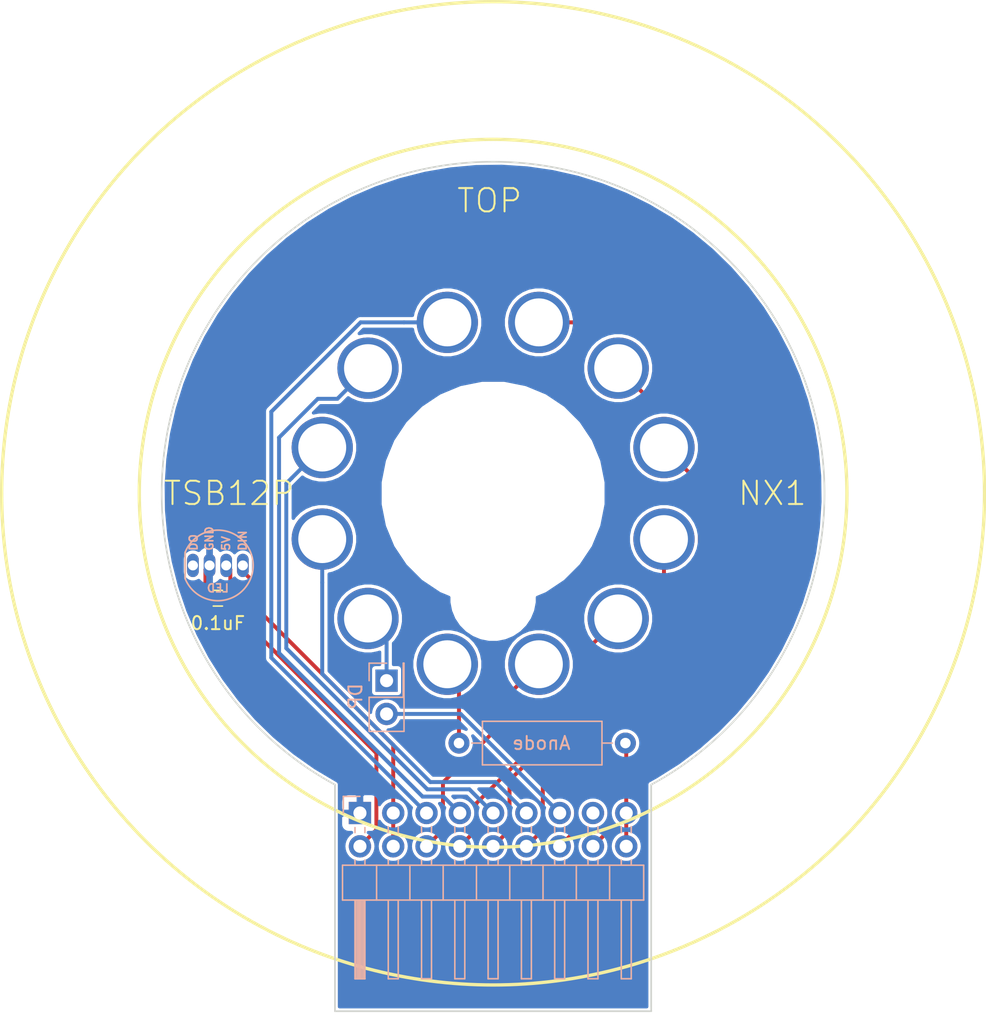
<source format=kicad_pcb>
(kicad_pcb (version 20171130) (host pcbnew "(5.1.4)-1")

  (general
    (thickness 1.6002)
    (drawings 10)
    (tracks 81)
    (zones 0)
    (modules 7)
    (nets 20)
  )

  (page A4)
  (layers
    (0 F.Cu signal)
    (31 B.Cu signal)
    (34 B.Paste user)
    (35 F.Paste user)
    (36 B.SilkS user)
    (37 F.SilkS user)
    (38 B.Mask user)
    (39 F.Mask user)
    (40 Dwgs.User user)
    (44 Edge.Cuts user)
  )

  (setup
    (last_trace_width 0.3)
    (user_trace_width 0.1524)
    (user_trace_width 0.2)
    (user_trace_width 0.25)
    (user_trace_width 0.3)
    (user_trace_width 0.4)
    (user_trace_width 0.5)
    (user_trace_width 0.6)
    (user_trace_width 0.8)
    (trace_clearance 0.254)
    (zone_clearance 0.1524)
    (zone_45_only no)
    (trace_min 0.1524)
    (via_size 0.6858)
    (via_drill 0.3302)
    (via_min_size 0.6858)
    (via_min_drill 0.3302)
    (uvia_size 0.508)
    (uvia_drill 0.127)
    (uvias_allowed no)
    (uvia_min_size 0.508)
    (uvia_min_drill 0.127)
    (edge_width 0.127)
    (segment_width 0.127)
    (pcb_text_width 0.127)
    (pcb_text_size 0.6 0.6)
    (mod_edge_width 0.127)
    (mod_text_size 0.6 0.6)
    (mod_text_width 0.127)
    (pad_size 1.524 1.524)
    (pad_drill 0.762)
    (pad_to_mask_clearance 0.05)
    (solder_mask_min_width 0.25)
    (pad_to_paste_clearance -0.04)
    (aux_axis_origin 0 0)
    (grid_origin 160.02 119.38)
    (visible_elements 7FFFFF7F)
    (pcbplotparams
      (layerselection 0x3ffff_80000001)
      (usegerberextensions true)
      (usegerberattributes true)
      (usegerberadvancedattributes false)
      (creategerberjobfile false)
      (excludeedgelayer true)
      (linewidth 0.127000)
      (plotframeref false)
      (viasonmask false)
      (mode 1)
      (useauxorigin false)
      (hpglpennumber 1)
      (hpglpenspeed 20)
      (hpglpendiameter 15.000000)
      (psnegative false)
      (psa4output false)
      (plotreference true)
      (plotvalue true)
      (plotinvisibletext false)
      (padsonsilk false)
      (subtractmaskfromsilk false)
      (outputformat 1)
      (mirror false)
      (drillshape 0)
      (scaleselection 1)
      (outputdirectory "CAM/"))
  )

  (net 0 "")
  (net 1 +5V)
  (net 2 GND)
  (net 3 /Anode)
  (net 4 /Din)
  (net 5 /HV6)
  (net 6 /HV5)
  (net 7 /HV10)
  (net 8 /HV4)
  (net 9 /HV9)
  (net 10 /HV3)
  (net 11 /HV8)
  (net 12 /HV2)
  (net 13 /HV7)
  (net 14 /HV1)
  (net 15 "Net-(J1-Pad15)")
  (net 16 /HV11)
  (net 17 "Net-(NX1-Pad12)")
  (net 18 "Net-(D1-Pad1)")
  (net 19 "Net-(J2-Pad1)")

  (net_class Default "Imperial - this is the standard class"
    (clearance 0.254)
    (trace_width 0.254)
    (via_dia 0.6858)
    (via_drill 0.3302)
    (uvia_dia 0.508)
    (uvia_drill 0.127)
    (add_net +5V)
    (add_net /Anode)
    (add_net /Din)
    (add_net /HV1)
    (add_net /HV10)
    (add_net /HV11)
    (add_net /HV2)
    (add_net /HV3)
    (add_net /HV4)
    (add_net /HV5)
    (add_net /HV6)
    (add_net /HV7)
    (add_net /HV8)
    (add_net /HV9)
    (add_net GND)
    (add_net "Net-(D1-Pad1)")
    (add_net "Net-(J1-Pad15)")
    (add_net "Net-(J2-Pad1)")
    (add_net "Net-(NX1-Pad12)")
  )

  (net_class 0.2mm ""
    (clearance 0.2)
    (trace_width 0.2)
    (via_dia 0.6858)
    (via_drill 0.3302)
    (uvia_dia 0.508)
    (uvia_drill 0.127)
  )

  (net_class Minimal ""
    (clearance 0.1524)
    (trace_width 0.1524)
    (via_dia 0.6858)
    (via_drill 0.3302)
    (uvia_dia 0.508)
    (uvia_drill 0.127)
  )

  (module SparkFun-LED:SparkFun-LED-LED-RGB-THRU (layer B.Cu) (tedit 200000) (tstamp 5E21E32D)
    (at 139.02 124.88 180)
    (descr "LED - RGB PTH")
    (tags "LED - RGB PTH")
    (path /5E1FD9DC)
    (attr virtual)
    (fp_text reference D1 (at -3.4105 -0.0245) (layer Dwgs.User)
      (effects (font (size 0.6096 0.6096) (thickness 0.127)) (justify mirror))
    )
    (fp_text value LED (at 0 -1.739) (layer B.SilkS)
      (effects (font (size 0.6096 0.6096) (thickness 0.127)) (justify mirror))
    )
    (fp_line (start 2.49936 -0.99822) (end 2.49936 0.99822) (layer Dwgs.User) (width 0.127))
    (fp_line (start 2.49936 -0.99822) (end 2.49936 0.99822) (layer F.SilkS) (width 0.127))
    (fp_line (start 2.49936 -0.99822) (end 2.49936 0.99822) (layer B.SilkS) (width 0.127))
    (fp_arc (start 0 0) (end 2.49936 -0.99822) (angle -316.3) (layer Dwgs.User) (width 0.127))
    (fp_arc (start 0 0) (end 2.49936 -0.99822) (angle -316.3) (layer B.SilkS) (width 0.127))
    (pad 1 thru_hole oval (at 1.905 0) (size 0.889 1.778) (drill 0.762) (layers *.Cu *.Paste *.Mask)
      (net 18 "Net-(D1-Pad1)"))
    (pad 2 thru_hole oval (at 0.635 0) (size 0.889 1.778) (drill 0.762) (layers *.Cu *.Paste *.Mask)
      (net 2 GND))
    (pad 3 thru_hole oval (at -0.635 0) (size 0.889 1.778) (drill 0.762) (layers *.Cu *.Paste *.Mask)
      (net 1 +5V))
    (pad 4 thru_hole oval (at -1.905 0) (size 0.889 1.778) (drill 0.762) (layers *.Cu *.Paste *.Mask)
      (net 4 /Din))
  )

  (module Pin_Headers:Pin_Header_Straight_2x01_Pitch2.54mm (layer B.Cu) (tedit 59650532) (tstamp 5E21E345)
    (at 151.892 133.6675 270)
    (descr "Through hole straight pin header, 2x01, 2.54mm pitch, double rows")
    (tags "Through hole pin header THT 2x01 2.54mm double row")
    (path /5E1FB35E)
    (fp_text reference J2 (at 1.27 -2.128 270) (layer Dwgs.User)
      (effects (font (size 1 1) (thickness 0.15)))
    )
    (fp_text value DP (at 1.2125 2.372 270) (layer B.SilkS)
      (effects (font (size 1 1) (thickness 0.15)) (justify mirror))
    )
    (fp_text user %R (at 1.27 0) (layer B.Fab)
      (effects (font (size 1 1) (thickness 0.15)) (justify mirror))
    )
    (fp_line (start 4.35 1.8) (end -1.8 1.8) (layer B.CrtYd) (width 0.05))
    (fp_line (start 4.35 -1.8) (end 4.35 1.8) (layer B.CrtYd) (width 0.05))
    (fp_line (start -1.8 -1.8) (end 4.35 -1.8) (layer B.CrtYd) (width 0.05))
    (fp_line (start -1.8 1.8) (end -1.8 -1.8) (layer B.CrtYd) (width 0.05))
    (fp_line (start -1.33 1.33) (end 0 1.33) (layer B.SilkS) (width 0.12))
    (fp_line (start -1.33 0) (end -1.33 1.33) (layer B.SilkS) (width 0.12))
    (fp_line (start 1.27 1.33) (end 3.87 1.33) (layer B.SilkS) (width 0.12))
    (fp_line (start 1.27 -1.27) (end 1.27 1.33) (layer B.SilkS) (width 0.12))
    (fp_line (start -1.33 -1.27) (end 1.27 -1.27) (layer B.SilkS) (width 0.12))
    (fp_line (start 3.87 1.33) (end 3.87 -1.33) (layer B.SilkS) (width 0.12))
    (fp_line (start -1.33 -1.27) (end -1.33 -1.33) (layer B.SilkS) (width 0.12))
    (fp_line (start -1.33 -1.33) (end 3.87 -1.33) (layer B.SilkS) (width 0.12))
    (fp_line (start -1.27 0) (end 0 1.27) (layer B.Fab) (width 0.1))
    (fp_line (start -1.27 -1.27) (end -1.27 0) (layer B.Fab) (width 0.1))
    (fp_line (start 3.81 -1.27) (end -1.27 -1.27) (layer B.Fab) (width 0.1))
    (fp_line (start 3.81 1.27) (end 3.81 -1.27) (layer B.Fab) (width 0.1))
    (fp_line (start 0 1.27) (end 3.81 1.27) (layer B.Fab) (width 0.1))
    (pad 2 thru_hole oval (at 2.54 0 270) (size 1.7 1.7) (drill 1) (layers *.Cu *.Mask)
      (net 16 /HV11))
    (pad 1 thru_hole rect (at 0 0 270) (size 1.7 1.7) (drill 1) (layers *.Cu *.Mask)
      (net 19 "Net-(J2-Pad1)"))
    (model ${KISYS3DMOD}/Pin_Headers.3dshapes/Pin_Header_Straight_2x01_Pitch2.54mm.wrl
      (at (xyz 0 0 0))
      (scale (xyz 1 1 1))
      (rotate (xyz 0 0 0))
    )
  )

  (module mynixies:mynixies-TSB-12P-MILL-MAX (layer F.Cu) (tedit 200000) (tstamp 5E1EAB14)
    (at 160.02 119.38)
    (path /5E1E9A89)
    (attr virtual)
    (fp_text reference NX1 (at 21.30298 0) (layer F.SilkS)
      (effects (font (size 1.778 1.778) (thickness 0.1524)))
    )
    (fp_text value TSB12P (at -20.14474 0) (layer F.SilkS)
      (effects (font (size 1.778 1.778) (thickness 0.1524)))
    )
    (fp_text user TOP (at -0.26924 -22.31898) (layer F.SilkS)
      (effects (font (size 1.778 1.778) (thickness 0.1524)))
    )
    (fp_circle (center 0 0) (end 0 -26.99766) (layer F.SilkS) (width 0.254))
    (fp_circle (center 0 0) (end 0 -37.49802) (layer F.SilkS) (width 0.254))
    (pad "" np_thru_hole circle (at 0 7.99846) (size 5.99948 5.99948) (drill 5.99948) (layers *.Cu *.Mask))
    (pad "" np_thru_hole circle (at 0 0) (size 16.49984 16.49984) (drill 16.49984) (layers *.Cu *.Mask))
    (pad 12 thru_hole circle (at -3.4925 13.03782) (size 4.6736 4.6736) (drill 3.6576) (layers *.Cu *.Mask)
      (net 17 "Net-(NX1-Pad12)"))
    (pad 11 thru_hole circle (at -9.54532 9.54532) (size 4.6736 4.6736) (drill 3.6576) (layers *.Cu *.Mask)
      (net 19 "Net-(J2-Pad1)"))
    (pad 10 thru_hole circle (at -13.03782 3.4925) (size 4.6736 4.6736) (drill 3.6576) (layers *.Cu *.Mask)
      (net 7 /HV10))
    (pad 9 thru_hole circle (at -13.03782 -3.4925) (size 4.6736 4.6736) (drill 3.6576) (layers *.Cu *.Mask)
      (net 9 /HV9))
    (pad 8 thru_hole circle (at -9.54532 -9.54532) (size 4.6736 4.6736) (drill 3.6576) (layers *.Cu *.Mask)
      (net 11 /HV8))
    (pad 7 thru_hole circle (at -3.4925 -13.03782) (size 4.6736 4.6736) (drill 3.6576) (layers *.Cu *.Mask)
      (net 13 /HV7))
    (pad 6 thru_hole circle (at 3.4925 -13.03782) (size 4.6736 4.6736) (drill 3.6576) (layers *.Cu *.Mask)
      (net 5 /HV6))
    (pad 5 thru_hole circle (at 9.54532 -9.54532) (size 4.6736 4.6736) (drill 3.6576) (layers *.Cu *.Mask)
      (net 6 /HV5))
    (pad 4 thru_hole circle (at 13.03782 -3.4925) (size 4.6736 4.6736) (drill 3.6576) (layers *.Cu *.Mask)
      (net 8 /HV4))
    (pad 3 thru_hole circle (at 13.03782 3.4925) (size 4.6736 4.6736) (drill 3.6576) (layers *.Cu *.Mask)
      (net 10 /HV3))
    (pad 2 thru_hole circle (at 9.54532 9.54532) (size 4.6736 4.6736) (drill 3.6576) (layers *.Cu *.Mask)
      (net 12 /HV2))
    (pad 1 thru_hole circle (at 3.4925 13.03782) (size 4.6736 4.6736) (drill 3.6576) (layers *.Cu *.Mask)
      (net 14 /HV1))
  )

  (module logos:mermaid_l (layer B.Cu) (tedit 0) (tstamp 5A3BEF0C)
    (at 167.1695 100.33 180)
    (fp_text reference G*** (at 0 0 180) (layer B.SilkS) hide
      (effects (font (size 1.524 1.524) (thickness 0.3)) (justify mirror))
    )
    (fp_text value LOGO (at 0.75 0 180) (layer B.SilkS) hide
      (effects (font (size 1.524 1.524) (thickness 0.3)) (justify mirror))
    )
    (fp_poly (pts (xy 0.016811 3.773536) (xy 0.035492 3.771585) (xy 0.039687 3.770741) (xy 0.079417 3.757244)
      (xy 0.111324 3.737775) (xy 0.124832 3.725513) (xy 0.142677 3.704599) (xy 0.153161 3.684612)
      (xy 0.15793 3.661447) (xy 0.15875 3.64097) (xy 0.158058 3.61993) (xy 0.155124 3.604749)
      (xy 0.148654 3.590748) (xy 0.141938 3.580059) (xy 0.122141 3.557766) (xy 0.098998 3.544256)
      (xy 0.074141 3.539962) (xy 0.049199 3.545313) (xy 0.036501 3.55221) (xy 0.025568 3.560763)
      (xy 0.019906 3.570026) (xy 0.017449 3.584153) (xy 0.016932 3.59157) (xy 0.016648 3.608477)
      (xy 0.018904 3.618133) (xy 0.024587 3.623743) (xy 0.026084 3.624592) (xy 0.039465 3.627784)
      (xy 0.050441 3.626922) (xy 0.059967 3.622881) (xy 0.061919 3.615123) (xy 0.060823 3.608777)
      (xy 0.060289 3.596153) (xy 0.064906 3.590901) (xy 0.073078 3.592235) (xy 0.083211 3.599369)
      (xy 0.093713 3.61152) (xy 0.102989 3.6279) (xy 0.103896 3.629997) (xy 0.108418 3.643365)
      (xy 0.108287 3.6547) (xy 0.103467 3.669685) (xy 0.087643 3.698859) (xy 0.064252 3.721926)
      (xy 0.050164 3.731216) (xy 0.036916 3.737802) (xy 0.022748 3.741623) (xy 0.004134 3.743365)
      (xy -0.014288 3.743716) (xy -0.040147 3.742911) (xy -0.057394 3.740394) (xy -0.064294 3.73724)
      (xy -0.073648 3.731439) (xy -0.077728 3.730626) (xy -0.088165 3.726605) (xy -0.102163 3.716065)
      (xy -0.117406 3.701291) (xy -0.131579 3.684564) (xy -0.142367 3.668169) (xy -0.143717 3.665542)
      (xy -0.151883 3.648712) (xy -0.159332 3.633251) (xy -0.163088 3.620111) (xy -0.165384 3.598867)
      (xy -0.16631 3.568514) (xy -0.166318 3.553876) (xy -0.166026 3.5265) (xy -0.165145 3.506715)
      (xy -0.163111 3.491529) (xy -0.159359 3.477949) (xy -0.153324 3.462983) (xy -0.14625 3.447521)
      (xy -0.121753 3.405235) (xy -0.0903 3.36927) (xy -0.051325 3.33924) (xy -0.004264 3.314759)
      (xy 0.051447 3.295441) (xy 0.089958 3.28602) (xy 0.119366 3.282227) (xy 0.156195 3.281263)
      (xy 0.197719 3.282946) (xy 0.241212 3.28709) (xy 0.283951 3.293513) (xy 0.321687 3.301638)
      (xy 0.342155 3.307861) (xy 0.360849 3.315263) (xy 0.376278 3.322945) (xy 0.386953 3.330006)
      (xy 0.391385 3.335547) (xy 0.388082 3.338667) (xy 0.383597 3.339042) (xy 0.373649 3.342219)
      (xy 0.357833 3.350734) (xy 0.338335 3.36306) (xy 0.317344 3.377673) (xy 0.297047 3.393046)
      (xy 0.279632 3.407655) (xy 0.267286 3.419973) (xy 0.26692 3.420407) (xy 0.246827 3.446164)
      (xy 0.232225 3.469838) (xy 0.221889 3.494463) (xy 0.214597 3.523071) (xy 0.209127 3.558694)
      (xy 0.208269 3.565849) (xy 0.208225 3.599519) (xy 0.214696 3.635439) (xy 0.226608 3.670269)
      (xy 0.242885 3.700666) (xy 0.257355 3.718587) (xy 0.284712 3.739246) (xy 0.316451 3.752322)
      (xy 0.350326 3.757709) (xy 0.384089 3.755304) (xy 0.415495 3.745003) (xy 0.441854 3.727116)
      (xy 0.456743 3.708989) (xy 0.464158 3.687733) (xy 0.465666 3.667574) (xy 0.46447 3.649678)
      (xy 0.459418 3.636679) (xy 0.44831 3.623019) (xy 0.447843 3.622523) (xy 0.432662 3.60928)
      (xy 0.418526 3.60395) (xy 0.413448 3.603625) (xy 0.394908 3.608269) (xy 0.381565 3.620647)
      (xy 0.375782 3.638431) (xy 0.375708 3.640833) (xy 0.378805 3.655072) (xy 0.386689 3.660815)
      (xy 0.397247 3.657238) (xy 0.40302 3.65151) (xy 0.411119 3.643576) (xy 0.417703 3.64383)
      (xy 0.420717 3.645984) (xy 0.426691 3.656909) (xy 0.428309 3.673525) (xy 0.425542 3.691863)
      (xy 0.421138 3.703294) (xy 0.410709 3.716673) (xy 0.399156 3.725521) (xy 0.381042 3.731036)
      (xy 0.358057 3.732598) (xy 0.335132 3.730244) (xy 0.318905 3.724949) (xy 0.298369 3.711409)
      (xy 0.278961 3.693672) (xy 0.264484 3.675356) (xy 0.26187 3.670693) (xy 0.258107 3.658302)
      (xy 0.255508 3.640465) (xy 0.254155 3.620218) (xy 0.254128 3.6006) (xy 0.25551 3.584648)
      (xy 0.258381 3.5754) (xy 0.259291 3.574521) (xy 0.263387 3.567227) (xy 0.264583 3.558334)
      (xy 0.266434 3.54854) (xy 0.269875 3.545417) (xy 0.274956 3.541344) (xy 0.275166 3.539772)
      (xy 0.278369 3.532005) (xy 0.286651 3.519125) (xy 0.298022 3.503894) (xy 0.310492 3.489074)
      (xy 0.315691 3.483521) (xy 0.332808 3.469181) (xy 0.356966 3.453086) (xy 0.385192 3.436898)
      (xy 0.41451 3.422278) (xy 0.441945 3.410886) (xy 0.451563 3.407656) (xy 0.513508 3.39253)
      (xy 0.572008 3.386659) (xy 0.6285 3.390216) (xy 0.684423 3.403376) (xy 0.741216 3.42631)
      (xy 0.78052 3.447259) (xy 0.817352 3.46804) (xy 0.848125 3.483558) (xy 0.875501 3.494552)
      (xy 0.902139 3.501759) (xy 0.9307 3.505917) (xy 0.963843 3.507764) (xy 0.999762 3.50806)
      (xy 1.029829 3.507596) (xy 1.058475 3.506543) (xy 1.08289 3.505047) (xy 1.100268 3.50325)
      (xy 1.103312 3.502746) (xy 1.124251 3.498943) (xy 1.148566 3.494739) (xy 1.16152 3.492588)
      (xy 1.183437 3.488718) (xy 1.205109 3.484407) (xy 1.21576 3.482026) (xy 1.242534 3.475574)
      (xy 1.261268 3.470981) (xy 1.27422 3.467665) (xy 1.283649 3.465044) (xy 1.29181 3.462534)
      (xy 1.293812 3.46189) (xy 1.330054 3.447173) (xy 1.362613 3.428217) (xy 1.390124 3.406284)
      (xy 1.411222 3.382636) (xy 1.42454 3.358536) (xy 1.428749 3.337087) (xy 1.430965 3.31796)
      (xy 1.436932 3.293293) (xy 1.445634 3.266996) (xy 1.4496 3.257021) (xy 1.460028 3.223921)
      (xy 1.465344 3.188889) (xy 1.465701 3.173183) (xy 1.465206 3.152449) (xy 1.465622 3.140318)
      (xy 1.467505 3.134815) (xy 1.471411 3.133966) (xy 1.476375 3.135313) (xy 1.485246 3.136563)
      (xy 1.485546 3.132317) (xy 1.477379 3.123141) (xy 1.473497 3.119686) (xy 1.464568 3.110292)
      (xy 1.463129 3.101507) (xy 1.465406 3.093994) (xy 1.472998 3.082438) (xy 1.485846 3.06985)
      (xy 1.491895 3.065257) (xy 1.507592 3.051442) (xy 1.513053 3.038041) (xy 1.508312 3.023896)
      (xy 1.493572 3.007997) (xy 1.481954 2.996879) (xy 1.477871 2.989625) (xy 1.480148 2.984092)
      (xy 1.480343 2.983889) (xy 1.48489 2.973373) (xy 1.486712 2.956585) (xy 1.485771 2.93749)
      (xy 1.482027 2.920051) (xy 1.481007 2.917281) (xy 1.468042 2.883178) (xy 1.459777 2.85676)
      (xy 1.455764 2.836468) (xy 1.455208 2.827306) (xy 1.451635 2.812089) (xy 1.440656 2.801224)
      (xy 1.433744 2.797314) (xy 1.425278 2.794661) (xy 1.41333 2.793085) (xy 1.395971 2.79241)
      (xy 1.371273 2.792457) (xy 1.349375 2.792809) (xy 1.31873 2.793255) (xy 1.296659 2.793112)
      (xy 1.281157 2.792186) (xy 1.270221 2.790279) (xy 1.261849 2.787196) (xy 1.255447 2.783626)
      (xy 1.244268 2.774775) (xy 1.238474 2.766405) (xy 1.23825 2.764974) (xy 1.235863 2.757876)
      (xy 1.233805 2.756959) (xy 1.229201 2.752098) (xy 1.223916 2.739092) (xy 1.218503 2.720308)
      (xy 1.213515 2.698112) (xy 1.209506 2.674871) (xy 1.207028 2.652951) (xy 1.2065 2.640132)
      (xy 1.207874 2.614203) (xy 1.211589 2.582523) (xy 1.217032 2.549504) (xy 1.222776 2.522803)
      (xy 1.235661 2.473043) (xy 1.247332 2.433315) (xy 1.257929 2.403156) (xy 1.259293 2.399771)
      (xy 1.264013 2.387513) (xy 1.269636 2.371955) (xy 1.270086 2.370667) (xy 1.278721 2.347809)
      (xy 1.289907 2.322021) (xy 1.304888 2.290463) (xy 1.308378 2.283355) (xy 1.317963 2.259043)
      (xy 1.323702 2.234224) (xy 1.325348 2.211548) (xy 1.322652 2.19366) (xy 1.317561 2.184909)
      (xy 1.307186 2.176016) (xy 1.292853 2.165074) (xy 1.277255 2.153968) (xy 1.263087 2.144581)
      (xy 1.253044 2.138797) (xy 1.250232 2.137834) (xy 1.242386 2.13401) (xy 1.231208 2.124466)
      (xy 1.219519 2.11209) (xy 1.21014 2.099773) (xy 1.206613 2.093154) (xy 1.204218 2.073293)
      (xy 1.210459 2.048342) (xy 1.211685 2.04523) (xy 1.220793 2.023791) (xy 1.23213 1.998543)
      (xy 1.244765 1.971403) (xy 1.257766 1.944284) (xy 1.270202 1.9191) (xy 1.281142 1.897767)
      (xy 1.289653 1.882198) (xy 1.294804 1.874308) (xy 1.294911 1.874195) (xy 1.300737 1.866426)
      (xy 1.30175 1.863411) (xy 1.305702 1.855954) (xy 1.316422 1.843726) (xy 1.332206 1.828296)
      (xy 1.351351 1.811235) (xy 1.372151 1.794113) (xy 1.392903 1.778501) (xy 1.397 1.775628)
      (xy 1.412481 1.764474) (xy 1.432822 1.749179) (xy 1.456251 1.731147) (xy 1.480994 1.711783)
      (xy 1.505277 1.692489) (xy 1.527327 1.674669) (xy 1.54537 1.659728) (xy 1.557633 1.649068)
      (xy 1.561041 1.645785) (xy 1.566531 1.641261) (xy 1.577559 1.632846) (xy 1.584854 1.62743)
      (xy 1.599074 1.616479) (xy 1.610642 1.606732) (xy 1.613958 1.603563) (xy 1.621166 1.597319)
      (xy 1.63503 1.586326) (xy 1.653625 1.57203) (xy 1.675029 1.555881) (xy 1.697317 1.539326)
      (xy 1.718566 1.523814) (xy 1.736854 1.510793) (xy 1.740958 1.507944) (xy 1.75542 1.497422)
      (xy 1.767734 1.487559) (xy 1.769672 1.48584) (xy 1.781335 1.477351) (xy 1.789516 1.473434)
      (xy 1.797549 1.469117) (xy 1.799166 1.466423) (xy 1.803588 1.462135) (xy 1.814535 1.456503)
      (xy 1.817687 1.455209) (xy 1.829662 1.449593) (xy 1.835937 1.444862) (xy 1.836208 1.4441)
      (xy 1.840779 1.440501) (xy 1.852852 1.434525) (xy 1.869967 1.42737) (xy 1.872824 1.426267)
      (xy 1.88894 1.420424) (xy 1.902804 1.416562) (xy 1.917198 1.414357) (xy 1.934907 1.413483)
      (xy 1.958714 1.413615) (xy 1.977334 1.414048) (xy 2.011477 1.415666) (xy 2.050591 1.418652)
      (xy 2.089221 1.422539) (xy 2.114726 1.425785) (xy 2.14488 1.42989) (xy 2.16751 1.432256)
      (xy 2.18552 1.432964) (xy 2.201812 1.432095) (xy 2.219288 1.429731) (xy 2.224528 1.428856)
      (xy 2.245404 1.424861) (xy 2.257747 1.421152) (xy 2.263552 1.416902) (xy 2.264833 1.412127)
      (xy 2.263508 1.406717) (xy 2.257986 1.403732) (xy 2.245944 1.402491) (xy 2.231409 1.402292)
      (xy 2.207764 1.401303) (xy 2.182238 1.398663) (xy 2.158033 1.394866) (xy 2.138355 1.390404)
      (xy 2.12725 1.386276) (xy 2.123304 1.383434) (xy 2.123829 1.381057) (xy 2.130164 1.378752)
      (xy 2.143652 1.376125) (xy 2.165634 1.37278) (xy 2.180166 1.370725) (xy 2.208747 1.366286)
      (xy 2.230983 1.361492) (xy 2.251087 1.355226) (xy 2.27327 1.34637) (xy 2.275416 1.345449)
      (xy 2.291879 1.337058) (xy 2.307873 1.326809) (xy 2.32072 1.316668) (xy 2.327745 1.308602)
      (xy 2.328333 1.306591) (xy 2.323743 1.304335) (xy 2.312281 1.304011) (xy 2.297402 1.305252)
      (xy 2.282566 1.307694) (xy 2.271229 1.31097) (xy 2.267743 1.312991) (xy 2.258675 1.31683)
      (xy 2.251604 1.317626) (xy 2.239817 1.320172) (xy 2.234786 1.323331) (xy 2.225761 1.326846)
      (xy 2.213884 1.326984) (xy 2.204136 1.325219) (xy 2.204029 1.323129) (xy 2.20927 1.320799)
      (xy 2.23606 1.310129) (xy 2.25511 1.301894) (xy 2.268643 1.294964) (xy 2.278885 1.288209)
      (xy 2.287322 1.281169) (xy 2.296853 1.2715) (xy 2.301715 1.264499) (xy 2.301875 1.263719)
      (xy 2.297454 1.259587) (xy 2.285098 1.260225) (xy 2.266162 1.265338) (xy 2.242005 1.274631)
      (xy 2.232778 1.27872) (xy 2.210862 1.287938) (xy 2.195226 1.292907) (xy 2.186673 1.293593)
      (xy 2.186011 1.289959) (xy 2.194044 1.28197) (xy 2.19612 1.28034) (xy 2.207237 1.273141)
      (xy 2.215319 1.270118) (xy 2.221801 1.265714) (xy 2.226876 1.256324) (xy 2.227791 1.251047)
      (xy 2.223516 1.248302) (xy 2.212505 1.249392) (xy 2.197482 1.253408) (xy 2.181171 1.259436)
      (xy 2.166296 1.266566) (xy 2.15558 1.273887) (xy 2.153708 1.275833) (xy 2.146702 1.280288)
      (xy 2.132687 1.286789) (xy 2.114695 1.294037) (xy 2.095756 1.300732) (xy 2.095124 1.300937)
      (xy 2.07869 1.304461) (xy 2.057774 1.306667) (xy 2.046312 1.307042) (xy 2.028903 1.306558)
      (xy 2.018807 1.304253) (xy 2.012768 1.298853) (xy 2.009183 1.29249) (xy 2.005287 1.278785)
      (xy 2.008579 1.265874) (xy 2.019902 1.252443) (xy 2.040101 1.237179) (xy 2.048014 1.232048)
      (xy 2.069352 1.218173) (xy 2.083328 1.207722) (xy 2.091758 1.198848) (xy 2.096459 1.189706)
      (xy 2.098878 1.180349) (xy 2.099775 1.168122) (xy 2.095521 1.163627) (xy 2.094838 1.16354)
      (xy 2.077123 1.165005) (xy 2.064663 1.173081) (xy 2.054291 1.180457) (xy 2.036679 1.190046)
      (xy 2.014573 1.20055) (xy 1.990717 1.210671) (xy 1.967857 1.219114) (xy 1.965854 1.219776)
      (xy 1.928101 1.233609) (xy 1.898307 1.248381) (xy 1.87387 1.26573) (xy 1.852189 1.287294)
      (xy 1.844908 1.29597) (xy 1.82922 1.314316) (xy 1.813605 1.330793) (xy 1.80082 1.342542)
      (xy 1.797992 1.344686) (xy 1.786309 1.353213) (xy 1.778836 1.359346) (xy 1.778 1.360236)
      (xy 1.771224 1.365606) (xy 1.75693 1.374794) (xy 1.736985 1.386729) (xy 1.713259 1.400343)
      (xy 1.687619 1.414565) (xy 1.661936 1.428326) (xy 1.638076 1.440557) (xy 1.635125 1.442019)
      (xy 1.587553 1.46584) (xy 1.546283 1.487396) (xy 1.507857 1.50852) (xy 1.481666 1.52353)
      (xy 1.464862 1.532936) (xy 1.450648 1.540248) (xy 1.443302 1.543429) (xy 1.435482 1.548118)
      (xy 1.434041 1.551076) (xy 1.429946 1.555562) (xy 1.42835 1.55575) (xy 1.421455 1.558368)
      (xy 1.407463 1.565519) (xy 1.388265 1.576151) (xy 1.365753 1.589212) (xy 1.341819 1.60365)
      (xy 1.338081 1.605957) (xy 1.328838 1.611626) (xy 1.314356 1.620452) (xy 1.303686 1.626934)
      (xy 1.289183 1.635949) (xy 1.278713 1.64286) (xy 1.275291 1.645485) (xy 1.269816 1.650117)
      (xy 1.258818 1.65865) (xy 1.251479 1.66417) (xy 1.234056 1.677274) (xy 1.220686 1.687881)
      (xy 1.208649 1.698391) (xy 1.195222 1.711206) (xy 1.177684 1.728725) (xy 1.173427 1.733021)
      (xy 1.154691 1.753203) (xy 1.136473 1.774958) (xy 1.121826 1.794574) (xy 1.117957 1.80049)
      (xy 1.107458 1.815879) (xy 1.098096 1.826821) (xy 1.091977 1.830917) (xy 1.085418 1.828569)
      (xy 1.084785 1.826948) (xy 1.081627 1.820717) (xy 1.073818 1.810294) (xy 1.071556 1.807605)
      (xy 1.063024 1.796859) (xy 1.058535 1.789598) (xy 1.058333 1.788759) (xy 1.055116 1.78268)
      (xy 1.048847 1.77503) (xy 1.038358 1.760344) (xy 1.026121 1.737991) (xy 1.013216 1.710506)
      (xy 1.00072 1.680421) (xy 0.989714 1.650268) (xy 0.981275 1.622581) (xy 0.977986 1.608667)
      (xy 0.968972 1.562362) (xy 0.962328 1.523365) (xy 0.95779 1.488735) (xy 0.955093 1.45553)
      (xy 0.953972 1.420809) (xy 0.954162 1.38163) (xy 0.954874 1.352021) (xy 0.955956 1.318336)
      (xy 0.957154 1.287144) (xy 0.958377 1.260422) (xy 0.959534 1.240144) (xy 0.960534 1.228284)
      (xy 0.960617 1.227667) (xy 0.961429 1.217554) (xy 0.962358 1.198447) (xy 0.96335 1.171939)
      (xy 0.964353 1.139617) (xy 0.96531 1.103071) (xy 0.96617 1.063891) (xy 0.966176 1.063625)
      (xy 0.966988 1.016579) (xy 0.967314 0.977779) (xy 0.967075 0.9449) (xy 0.96619 0.915612)
      (xy 0.964579 0.887587) (xy 0.962164 0.858498) (xy 0.958863 0.826017) (xy 0.95765 0.814917)
      (xy 0.951084 0.75682) (xy 0.945176 0.707679) (xy 0.939682 0.665903) (xy 0.934356 0.629902)
      (xy 0.928956 0.598088) (xy 0.923235 0.56887) (xy 0.916949 0.54066) (xy 0.912885 0.523875)
      (xy 0.906794 0.498662) (xy 0.901413 0.475129) (xy 0.897462 0.456489) (xy 0.895973 0.44834)
      (xy 0.892856 0.434708) (xy 0.889085 0.426281) (xy 0.888285 0.425538) (xy 0.884592 0.418555)
      (xy 0.883669 0.411115) (xy 0.882028 0.401383) (xy 0.877635 0.38436) (xy 0.871226 0.362746)
      (xy 0.866028 0.346605) (xy 0.857767 0.321534) (xy 0.84996 0.297435) (xy 0.843739 0.277819)
      (xy 0.841302 0.269875) (xy 0.836378 0.25453) (xy 0.832191 0.243342) (xy 0.830942 0.240771)
      (xy 0.827336 0.232696) (xy 0.822295 0.21902) (xy 0.820702 0.214313) (xy 0.81395 0.195276)
      (xy 0.806669 0.176625) (xy 0.80583 0.174625) (xy 0.798972 0.158321) (xy 0.792944 0.14374)
      (xy 0.792593 0.142875) (xy 0.786649 0.129107) (xy 0.782549 0.120458) (xy 0.778574 0.110063)
      (xy 0.777875 0.105842) (xy 0.775639 0.099184) (xy 0.769428 0.084596) (xy 0.759982 0.063622)
      (xy 0.748042 0.037806) (xy 0.734349 0.008691) (xy 0.719644 -0.022178) (xy 0.704668 -0.053257)
      (xy 0.690162 -0.083002) (xy 0.676867 -0.10987) (xy 0.665523 -0.132316) (xy 0.656873 -0.148797)
      (xy 0.651656 -0.157769) (xy 0.650888 -0.15875) (xy 0.64704 -0.164585) (xy 0.640139 -0.176579)
      (xy 0.635415 -0.185208) (xy 0.622667 -0.207639) (xy 0.605809 -0.235506) (xy 0.586295 -0.266573)
      (xy 0.565581 -0.298607) (xy 0.545121 -0.329373) (xy 0.52637 -0.356639) (xy 0.510784 -0.378168)
      (xy 0.504464 -0.386291) (xy 0.49882 -0.393433) (xy 0.48822 -0.406992) (xy 0.474188 -0.425014)
      (xy 0.458423 -0.445321) (xy 0.386268 -0.531586) (xy 0.305323 -0.615902) (xy 0.217382 -0.696433)
      (xy 0.193138 -0.716902) (xy 0.177764 -0.729736) (xy 0.165728 -0.739925) (xy 0.159212 -0.745619)
      (xy 0.15875 -0.74607) (xy 0.15364 -0.750212) (xy 0.141905 -0.75919) (xy 0.125441 -0.771566)
      (xy 0.111125 -0.782215) (xy 0.091503 -0.796811) (xy 0.074346 -0.809688) (xy 0.061903 -0.819151)
      (xy 0.057234 -0.822811) (xy 0.046348 -0.830914) (xy 0.033422 -0.839659) (xy 0.019429 -0.849492)
      (xy 0.008262 -0.85853) (xy -0.00115 -0.865562) (xy -0.006772 -0.867833) (xy -0.013177 -0.871028)
      (xy -0.024494 -0.879231) (xy -0.033185 -0.886354) (xy -0.046046 -0.896711) (xy -0.055853 -0.903433)
      (xy -0.059243 -0.904875) (xy -0.065136 -0.907527) (xy -0.076973 -0.9143) (xy -0.09191 -0.923419)
      (xy -0.107104 -0.933106) (xy -0.119711 -0.941585) (xy -0.126887 -0.947081) (xy -0.127 -0.947193)
      (xy -0.133129 -0.951521) (xy -0.142875 -0.957378) (xy -0.152011 -0.962765) (xy -0.168175 -0.972485)
      (xy -0.189376 -0.985333) (xy -0.213623 -1.000104) (xy -0.223801 -1.006326) (xy -0.247553 -1.020777)
      (xy -0.267952 -1.033032) (xy -0.283378 -1.04213) (xy -0.292207 -1.047106) (xy -0.293632 -1.04775)
      (xy -0.298902 -1.050229) (xy -0.310818 -1.056768) (xy -0.326931 -1.066017) (xy -0.328991 -1.067222)
      (xy -0.356603 -1.083148) (xy -0.386048 -1.099703) (xy -0.414493 -1.115327) (xy -0.439106 -1.128464)
      (xy -0.455084 -1.136599) (xy -0.467632 -1.14309) (xy -0.475484 -1.147821) (xy -0.47625 -1.148468)
      (xy -0.481786 -1.151903) (xy -0.494692 -1.158989) (xy -0.512891 -1.168607) (xy -0.529167 -1.177013)
      (xy -0.578322 -1.202179) (xy -0.622845 -1.225001) (xy -0.661951 -1.245075) (xy -0.694854 -1.261998)
      (xy -0.720769 -1.275365) (xy -0.73891 -1.284772) (xy -0.748492 -1.289816) (xy -0.748968 -1.290075)
      (xy -0.758048 -1.294813) (xy -0.773987 -1.302904) (xy -0.794153 -1.313017) (xy -0.80698 -1.3194)
      (xy -0.881231 -1.35675) (xy -0.94652 -1.390707) (xy -1.003734 -1.421745) (xy -1.05376 -1.450342)
      (xy -1.076855 -1.464177) (xy -1.090458 -1.471801) (xy -1.098021 -1.475597) (xy -1.105412 -1.479911)
      (xy -1.119579 -1.488876) (xy -1.138874 -1.501392) (xy -1.161647 -1.516359) (xy -1.18625 -1.532677)
      (xy -1.211035 -1.549246) (xy -1.234352 -1.564966) (xy -1.254552 -1.578737) (xy -1.269988 -1.58946)
      (xy -1.279009 -1.596033) (xy -1.280584 -1.5974) (xy -1.28583 -1.602217) (xy -1.296881 -1.611472)
      (xy -1.309688 -1.621833) (xy -1.369914 -1.675393) (xy -1.421218 -1.732685) (xy -1.463288 -1.79318)
      (xy -1.495811 -1.856346) (xy -1.518476 -1.921651) (xy -1.530971 -1.988566) (xy -1.532115 -2.00072)
      (xy -1.533533 -2.021291) (xy -1.533389 -2.03401) (xy -1.531178 -2.041555) (xy -1.526396 -2.046606)
      (xy -1.523028 -2.048937) (xy -1.508982 -2.055507) (xy -1.492365 -2.060056) (xy -1.492229 -2.060079)
      (xy -1.452691 -2.067475) (xy -1.418964 -2.075738) (xy -1.394355 -2.083271) (xy -1.372487 -2.090356)
      (xy -1.346337 -2.098616) (xy -1.322917 -2.10585) (xy -1.302468 -2.112199) (xy -1.284909 -2.117877)
      (xy -1.273608 -2.12179) (xy -1.272646 -2.122164) (xy -1.262724 -2.125949) (xy -1.246121 -2.132103)
      (xy -1.226116 -2.139411) (xy -1.222375 -2.140766) (xy -1.203039 -2.148094) (xy -1.187481 -2.154598)
      (xy -1.178496 -2.159093) (xy -1.177661 -2.159711) (xy -1.168071 -2.163984) (xy -1.164987 -2.164291)
      (xy -1.156849 -2.166561) (xy -1.141251 -2.172762) (xy -1.120145 -2.181983) (xy -1.095482 -2.193313)
      (xy -1.069213 -2.20584) (xy -1.043289 -2.218653) (xy -1.019661 -2.230841) (xy -1.002771 -2.240067)
      (xy -0.979183 -2.253619) (xy -0.954406 -2.268128) (xy -0.930964 -2.28209) (xy -0.911386 -2.293997)
      (xy -0.898196 -2.302344) (xy -0.897227 -2.302991) (xy -0.84537 -2.340492) (xy -0.792658 -2.383257)
      (xy -0.741528 -2.42907) (xy -0.694416 -2.475712) (xy -0.653759 -2.520968) (xy -0.642579 -2.534708)
      (xy -0.628634 -2.552018) (xy -0.616971 -2.565902) (xy -0.609232 -2.574434) (xy -0.607219 -2.576159)
      (xy -0.603295 -2.582213) (xy -0.60325 -2.582995) (xy -0.599953 -2.59017) (xy -0.592419 -2.599694)
      (xy -0.584795 -2.609595) (xy -0.573492 -2.626331) (xy -0.559985 -2.647494) (xy -0.545751 -2.670677)
      (xy -0.532266 -2.693472) (xy -0.521004 -2.713471) (xy -0.513442 -2.728265) (xy -0.512956 -2.729342)
      (xy -0.506925 -2.740667) (xy -0.501953 -2.746251) (xy -0.501417 -2.746375) (xy -0.497764 -2.750622)
      (xy -0.497417 -2.753524) (xy -0.495063 -2.76201) (xy -0.489037 -2.775934) (xy -0.484188 -2.785554)
      (xy -0.476676 -2.800966) (xy -0.471883 -2.81327) (xy -0.470959 -2.817651) (xy -0.468504 -2.82541)
      (xy -0.46699 -2.826631) (xy -0.463351 -2.832354) (xy -0.457475 -2.846051) (xy -0.450118 -2.865545)
      (xy -0.442034 -2.888659) (xy -0.433976 -2.913215) (xy -0.4267 -2.937036) (xy -0.420958 -2.957944)
      (xy -0.419645 -2.963333) (xy -0.414816 -2.982772) (xy -0.410227 -2.999259) (xy -0.40721 -3.008312)
      (xy -0.403349 -3.020934) (xy -0.400065 -3.036847) (xy -0.399977 -3.037416) (xy -0.397973 -3.049953)
      (xy -0.394675 -3.070065) (xy -0.390554 -3.094892) (xy -0.386442 -3.119437) (xy -0.382507 -3.145522)
      (xy -0.379552 -3.172135) (xy -0.377442 -3.20146) (xy -0.376041 -3.23568) (xy -0.375217 -3.276977)
      (xy -0.374941 -3.306237) (xy -0.374907 -3.341428) (xy -0.375253 -3.373114) (xy -0.375932 -3.399753)
      (xy -0.376895 -3.4198) (xy -0.378095 -3.431711) (xy -0.378888 -3.43429) (xy -0.385103 -3.433466)
      (xy -0.398593 -3.427213) (xy -0.41801 -3.416235) (xy -0.441209 -3.401752) (xy -0.483878 -3.374892)
      (xy -0.526415 -3.34985) (xy -0.571041 -3.325433) (xy -0.619976 -3.30045) (xy -0.67544 -3.27371)
      (xy -0.709084 -3.258031) (xy -0.744498 -3.241758) (xy -0.773275 -3.228687) (xy -0.794644 -3.21916)
      (xy -0.807839 -3.213522) (xy -0.812017 -3.212041) (xy -0.817473 -3.210007) (xy -0.830202 -3.204577)
      (xy -0.847855 -3.196764) (xy -0.855541 -3.193302) (xy -0.87586 -3.184131) (xy -0.893504 -3.176218)
      (xy -0.905456 -3.170914) (xy -0.907521 -3.170016) (xy -0.918356 -3.165316) (xy -0.934412 -3.158299)
      (xy -0.944563 -3.153846) (xy -0.976212 -3.140021) (xy -0.999364 -3.130101) (xy -1.015151 -3.123604)
      (xy -1.018646 -3.12224) (xy -1.034695 -3.115354) (xy -1.057193 -3.104752) (xy -1.083338 -3.091857)
      (xy -1.110325 -3.078089) (xy -1.135352 -3.064868) (xy -1.155614 -3.053616) (xy -1.164167 -3.048495)
      (xy -1.18064 -3.036718) (xy -1.199817 -3.020816) (xy -1.220061 -3.002427) (xy -1.239737 -2.983188)
      (xy -1.257209 -2.964736) (xy -1.27084 -2.948708) (xy -1.278994 -2.936743) (xy -1.280584 -2.931984)
      (xy -1.284494 -2.925639) (xy -1.284991 -2.925409) (xy -1.290019 -2.9202) (xy -1.298403 -2.9087)
      (xy -1.308276 -2.893826) (xy -1.317775 -2.878494) (xy -1.325035 -2.865619) (xy -1.32819 -2.858117)
      (xy -1.328209 -2.857838) (xy -1.332 -2.851529) (xy -1.332427 -2.851326) (xy -1.337013 -2.84591)
      (xy -1.344025 -2.834059) (xy -1.348297 -2.82575) (xy -1.354863 -2.813311) (xy -1.359169 -2.807024)
      (xy -1.360124 -2.807229) (xy -1.360267 -2.814002) (xy -1.360556 -2.829563) (xy -1.360961 -2.852114)
      (xy -1.361448 -2.879861) (xy -1.36193 -2.90777) (xy -1.363484 -2.959059) (xy -1.366614 -3.002125)
      (xy -1.371909 -3.039285) (xy -1.379955 -3.072855) (xy -1.391341 -3.105149) (xy -1.406655 -3.138482)
      (xy -1.426484 -3.175172) (xy -1.432473 -3.185583) (xy -1.441516 -3.200851) (xy -1.454792 -3.222887)
      (xy -1.470945 -3.249473) (xy -1.488616 -3.278392) (xy -1.506447 -3.307427) (xy -1.523079 -3.334361)
      (xy -1.537156 -3.356975) (xy -1.546782 -3.372217) (xy -1.556574 -3.387882) (xy -1.563588 -3.399817)
      (xy -1.566333 -3.405482) (xy -1.566334 -3.405513) (xy -1.569332 -3.411428) (xy -1.571875 -3.414671)
      (xy -1.578955 -3.424037) (xy -1.58836 -3.437955) (xy -1.598309 -3.453578) (xy -1.607021 -3.468061)
      (xy -1.612717 -3.478559) (xy -1.613959 -3.481937) (xy -1.617841 -3.488012) (xy -1.618012 -3.48809)
      (xy -1.62267 -3.49336) (xy -1.6306 -3.505128) (xy -1.640113 -3.520543) (xy -1.649522 -3.536754)
      (xy -1.657137 -3.550911) (xy -1.661271 -3.560162) (xy -1.661584 -3.56167) (xy -1.66483 -3.566534)
      (xy -1.665553 -3.566624) (xy -1.670608 -3.570852) (xy -1.67527 -3.57853) (xy -1.6797 -3.587499)
      (xy -1.687831 -3.603801) (xy -1.698602 -3.625313) (xy -1.710953 -3.649918) (xy -1.714283 -3.656541)
      (xy -1.728714 -3.685357) (xy -1.739369 -3.707018) (xy -1.747301 -3.723791) (xy -1.753561 -3.73794)
      (xy -1.759201 -3.751728) (xy -1.762834 -3.761052) (xy -1.768776 -3.776191) (xy -1.77226 -3.784864)
      (xy -1.776532 -3.796565) (xy -1.782292 -3.813799) (xy -1.786124 -3.825875) (xy -1.794107 -3.850123)
      (xy -1.800605 -3.864974) (xy -1.806629 -3.871317) (xy -1.813196 -3.870039) (xy -1.821317 -3.862026)
      (xy -1.823851 -3.858896) (xy -1.834996 -3.845041) (xy -1.845018 -3.832935) (xy -1.860304 -3.814747)
      (xy -1.871524 -3.80089) (xy -1.881557 -3.787711) (xy -1.892096 -3.773209) (xy -1.901907 -3.758672)
      (xy -1.908513 -3.747198) (xy -1.910292 -3.74234) (xy -1.913744 -3.735549) (xy -1.9147 -3.735034)
      (xy -1.920879 -3.728832) (xy -1.93058 -3.714612) (xy -1.942942 -3.693993) (xy -1.957108 -3.668592)
      (xy -1.972218 -3.640026) (xy -1.987415 -3.609913) (xy -2.001841 -3.579871) (xy -2.014636 -3.551517)
      (xy -2.02375 -3.529541) (xy -2.030337 -3.513335) (xy -2.036097 -3.500143) (xy -2.037835 -3.49654)
      (xy -2.041998 -3.483106) (xy -2.042584 -3.477009) (xy -2.044998 -3.466849) (xy -2.047875 -3.463395)
      (xy -2.052009 -3.456083) (xy -2.053167 -3.44752) (xy -2.054935 -3.436601) (xy -2.057874 -3.432007)
      (xy -2.06186 -3.425217) (xy -2.065111 -3.412716) (xy -2.06525 -3.411851) (xy -2.068334 -3.396797)
      (xy -2.073297 -3.37719) (xy -2.076624 -3.3655) (xy -2.081421 -3.348705) (xy -2.085851 -3.331208)
      (xy -2.090465 -3.310549) (xy -2.095814 -3.284268) (xy -2.102103 -3.251729) (xy -2.104118 -3.235184)
      (xy -2.105738 -3.210034) (xy -2.106964 -3.178127) (xy -2.107796 -3.141317) (xy -2.108236 -3.101454)
      (xy -2.108284 -3.060389) (xy -2.107942 -3.019973) (xy -2.10721 -2.982059) (xy -2.10609 -2.948496)
      (xy -2.104582 -2.921137) (xy -2.102689 -2.901833) (xy -2.101907 -2.897187) (xy -2.097408 -2.875018)
      (xy -2.092897 -2.852736) (xy -2.090653 -2.841625) (xy -2.086154 -2.822216) (xy -2.080107 -2.799624)
      (xy -2.076886 -2.788708) (xy -2.071304 -2.769055) (xy -2.066835 -2.750617) (xy -2.06525 -2.742357)
      (xy -2.062104 -2.729658) (xy -2.058113 -2.722367) (xy -2.057874 -2.722201) (xy -2.054205 -2.715199)
      (xy -2.053167 -2.706687) (xy -2.05117 -2.695606) (xy -2.047875 -2.690812) (xy -2.043441 -2.683353)
      (xy -2.042584 -2.677199) (xy -2.040167 -2.663351) (xy -2.037938 -2.657667) (xy -2.028974 -2.638529)
      (xy -2.021574 -2.620201) (xy -2.016995 -2.605971) (xy -2.016125 -2.600674) (xy -2.013211 -2.593748)
      (xy -2.010834 -2.592916) (xy -2.005838 -2.588784) (xy -2.005542 -2.586757) (xy -2.003029 -2.576598)
      (xy -1.996034 -2.558966) (xy -1.985376 -2.535552) (xy -1.971874 -2.508043) (xy -1.956348 -2.478128)
      (xy -1.939615 -2.447495) (xy -1.928989 -2.428875) (xy -1.917739 -2.409493) (xy -1.907325 -2.391511)
      (xy -1.899972 -2.378766) (xy -1.899878 -2.378604) (xy -1.893802 -2.368895) (xy -1.883596 -2.35347)
      (xy -1.870613 -2.334284) (xy -1.856206 -2.313291) (xy -1.841728 -2.292446) (xy -1.828532 -2.273702)
      (xy -1.817969 -2.259015) (xy -1.811394 -2.250337) (xy -1.810149 -2.248958) (xy -1.805415 -2.243477)
      (xy -1.79682 -2.232467) (xy -1.79131 -2.225145) (xy -1.770344 -2.198459) (xy -1.747083 -2.172196)
      (xy -1.730055 -2.154423) (xy -1.712724 -2.135815) (xy -1.701877 -2.120706) (xy -1.696021 -2.105635)
      (xy -1.693663 -2.087143) (xy -1.693294 -2.069187) (xy -1.691985 -2.037889) (xy -1.688457 -2.002483)
      (xy -1.683224 -1.966327) (xy -1.6768 -1.932777) (xy -1.669697 -1.905193) (xy -1.666961 -1.897062)
      (xy -1.662846 -1.885204) (xy -1.657579 -1.869155) (xy -1.656354 -1.865312) (xy -1.651279 -1.851164)
      (xy -1.643761 -1.832422) (xy -1.634898 -1.811569) (xy -1.62579 -1.791087) (xy -1.617537 -1.773458)
      (xy -1.611237 -1.761167) (xy -1.608328 -1.756833) (xy -1.603622 -1.750578) (xy -1.598123 -1.740958)
      (xy -1.589342 -1.72555) (xy -1.577322 -1.706415) (xy -1.564213 -1.686774) (xy -1.552167 -1.669852)
      (xy -1.543395 -1.658937) (xy -1.533701 -1.647808) (xy -1.522115 -1.633534) (xy -1.519492 -1.630166)
      (xy -1.508995 -1.617837) (xy -1.49282 -1.600341) (xy -1.47301 -1.579751) (xy -1.451607 -1.558137)
      (xy -1.430655 -1.537571) (xy -1.412197 -1.520124) (xy -1.401731 -1.51077) (xy -1.357403 -1.473157)
      (xy -1.318621 -1.441319) (xy -1.283358 -1.413642) (xy -1.249585 -1.38851) (xy -1.235605 -1.378502)
      (xy -1.217641 -1.365669) (xy -1.202341 -1.354536) (xy -1.192293 -1.346995) (xy -1.190625 -1.345662)
      (xy -1.183402 -1.340435) (xy -1.169185 -1.33075) (xy -1.149876 -1.317883) (xy -1.127377 -1.303113)
      (xy -1.121834 -1.299504) (xy -1.099035 -1.284586) (xy -1.079146 -1.271389) (xy -1.06401 -1.261148)
      (xy -1.05547 -1.255099) (xy -1.054588 -1.254392) (xy -1.047619 -1.249468) (xy -1.045761 -1.248833)
      (xy -1.040676 -1.246146) (xy -1.028295 -1.238745) (xy -1.010238 -1.227621) (xy -0.988122 -1.213767)
      (xy -0.976637 -1.2065) (xy -0.952911 -1.191648) (xy -0.932191 -1.179074) (xy -0.916177 -1.169778)
      (xy -0.90657 -1.164761) (xy -0.904767 -1.164166) (xy -0.899734 -1.160136) (xy -0.899584 -1.158875)
      (xy -0.895597 -1.153736) (xy -0.894346 -1.153583) (xy -0.887735 -1.150891) (xy -0.874734 -1.143728)
      (xy -0.857782 -1.133462) (xy -0.851959 -1.12977) (xy -0.834261 -1.118806) (xy -0.819739 -1.110508)
      (xy -0.810832 -1.106246) (xy -0.809571 -1.105958) (xy -0.804486 -1.101929) (xy -0.804334 -1.100666)
      (xy -0.800255 -1.095592) (xy -0.798646 -1.095375) (xy -0.791821 -1.09266) (xy -0.778679 -1.085443)
      (xy -0.761693 -1.075108) (xy -0.756148 -1.071562) (xy -0.738568 -1.060567) (xy -0.724176 -1.05226)
      (xy -0.715403 -1.048021) (xy -0.71421 -1.04775) (xy -0.709232 -1.043718) (xy -0.709084 -1.042458)
      (xy -0.704956 -1.037455) (xy -0.702969 -1.037166) (xy -0.695181 -1.034173) (xy -0.683284 -1.026712)
      (xy -0.679509 -1.023937) (xy -0.668048 -1.015672) (xy -0.660434 -1.011056) (xy -0.659331 -1.010708)
      (xy -0.653835 -1.007882) (xy -0.641094 -1.000045) (xy -0.6226 -0.988159) (xy -0.599846 -0.973185)
      (xy -0.574324 -0.956086) (xy -0.569023 -0.9525) (xy -0.557684 -0.944904) (xy -0.542121 -0.934585)
      (xy -0.53398 -0.929219) (xy -0.520479 -0.919753) (xy -0.511223 -0.912158) (xy -0.508882 -0.909375)
      (xy -0.502806 -0.905063) (xy -0.500945 -0.904868) (xy -0.493268 -0.901638) (xy -0.481934 -0.89363)
      (xy -0.478896 -0.891087) (xy -0.464832 -0.879737) (xy -0.447329 -0.866715) (xy -0.439209 -0.861015)
      (xy -0.425484 -0.851373) (xy -0.415678 -0.844018) (xy -0.41275 -0.841444) (xy -0.407253 -0.836619)
      (xy -0.396216 -0.827997) (xy -0.388973 -0.822574) (xy -0.341604 -0.784681) (xy -0.290518 -0.738376)
      (xy -0.236734 -0.68471) (xy -0.18127 -0.624736) (xy -0.125146 -0.559505) (xy -0.079249 -0.502708)
      (xy -0.062944 -0.482084) (xy -0.048225 -0.463696) (xy -0.036765 -0.449621) (xy -0.030459 -0.442179)
      (xy -0.023368 -0.431882) (xy -0.021167 -0.424981) (xy -0.018643 -0.418596) (xy -0.017024 -0.418041)
      (xy -0.012737 -0.413871) (xy -0.003884 -0.402445) (xy 0.008345 -0.385385) (xy 0.02276 -0.364315)
      (xy 0.026632 -0.35851) (xy 0.041431 -0.336511) (xy 0.054315 -0.317912) (xy 0.064091 -0.304396)
      (xy 0.069565 -0.297645) (xy 0.070114 -0.297215) (xy 0.074035 -0.291159) (xy 0.074083 -0.290346)
      (xy 0.076736 -0.283466) (xy 0.083632 -0.270748) (xy 0.091547 -0.257714) (xy 0.102346 -0.239365)
      (xy 0.115584 -0.21485) (xy 0.130278 -0.186213) (xy 0.145448 -0.155497) (xy 0.16011 -0.124745)
      (xy 0.173285 -0.096002) (xy 0.18399 -0.07131) (xy 0.191243 -0.052712) (xy 0.193484 -0.045513)
      (xy 0.197682 -0.034152) (xy 0.201669 -0.028741) (xy 0.205337 -0.021741) (xy 0.206375 -0.013229)
      (xy 0.208372 -0.002148) (xy 0.211666 0.002646) (xy 0.2158 0.009959) (xy 0.216958 0.018521)
      (xy 0.218707 0.029427) (xy 0.221618 0.034006) (xy 0.226345 0.040984) (xy 0.228918 0.04887)
      (xy 0.231739 0.060368) (xy 0.236316 0.077762) (xy 0.240367 0.092605) (xy 0.247231 0.117947)
      (xy 0.252872 0.140561) (xy 0.257696 0.162643) (xy 0.262109 0.186386) (xy 0.26652 0.213986)
      (xy 0.271334 0.247637) (xy 0.276959 0.289534) (xy 0.277158 0.291042) (xy 0.279143 0.307953)
      (xy 0.280721 0.326151) (xy 0.281912 0.346792) (xy 0.282732 0.371028) (xy 0.283201 0.400014)
      (xy 0.283335 0.434902) (xy 0.283155 0.476848) (xy 0.282677 0.527004) (xy 0.281919 0.586524)
      (xy 0.281871 0.590021) (xy 0.280817 0.668263) (xy 0.279976 0.736714) (xy 0.279351 0.796164)
      (xy 0.27895 0.847403) (xy 0.278775 0.891222) (xy 0.278833 0.928411) (xy 0.27913 0.95976)
      (xy 0.279669 0.98606) (xy 0.280456 1.008101) (xy 0.281497 1.026673) (xy 0.282796 1.042566)
      (xy 0.284358 1.05657) (xy 0.284942 1.06098) (xy 0.297069 1.131924) (xy 0.313618 1.197918)
      (xy 0.335296 1.260302) (xy 0.362808 1.320418) (xy 0.396861 1.379608) (xy 0.438161 1.439214)
      (xy 0.487415 1.500576) (xy 0.54533 1.565038) (xy 0.556622 1.576962) (xy 0.571889 1.593799)
      (xy 0.588801 1.613773) (xy 0.605779 1.634854) (xy 0.621245 1.655014) (xy 0.633622 1.672222)
      (xy 0.64133 1.68445) (xy 0.642883 1.687872) (xy 0.647632 1.696514) (xy 0.651231 1.698625)
      (xy 0.655904 1.702758) (xy 0.656166 1.704713) (xy 0.658273 1.712465) (xy 0.663743 1.726431)
      (xy 0.66995 1.740431) (xy 0.679445 1.760986) (xy 0.686351 1.776958) (xy 0.691404 1.790974)
      (xy 0.695338 1.805658) (xy 0.698888 1.823636) (xy 0.702789 1.847531) (xy 0.706279 1.870204)
      (xy 0.708109 1.886353) (xy 0.709859 1.90944) (xy 0.711482 1.937742) (xy 0.712929 1.969535)
      (xy 0.714153 2.003095) (xy 0.715105 2.036697) (xy 0.715739 2.068617) (xy 0.716006 2.097132)
      (xy 0.715859 2.120517) (xy 0.715249 2.137049) (xy 0.714129 2.145003) (xy 0.713908 2.145356)
      (xy 0.708768 2.143798) (xy 0.698741 2.136854) (xy 0.692988 2.132102) (xy 0.677752 2.11919)
      (xy 0.662807 2.106979) (xy 0.659722 2.104542) (xy 0.644712 2.09195) (xy 0.6254 2.074498)
      (xy 0.603554 2.053924) (xy 0.58094 2.031963) (xy 0.559323 2.010354) (xy 0.540471 1.990833)
      (xy 0.526149 1.975137) (xy 0.518687 1.965855) (xy 0.508099 1.948803) (xy 0.494021 1.923387)
      (xy 0.476268 1.889251) (xy 0.454654 1.846039) (xy 0.434343 1.804459) (xy 0.423109 1.781725)
      (xy 0.411978 1.759961) (xy 0.402815 1.742792) (xy 0.400288 1.738313) (xy 0.389828 1.720095)
      (xy 0.378311 1.699797) (xy 0.374676 1.693334) (xy 0.363842 1.674062) (xy 0.352669 1.654273)
      (xy 0.349314 1.648355) (xy 0.335039 1.622699) (xy 0.319232 1.593434) (xy 0.302642 1.562044)
      (xy 0.286023 1.530012) (xy 0.270125 1.498822) (xy 0.255699 1.469959) (xy 0.243498 1.444906)
      (xy 0.234271 1.425146) (xy 0.228772 1.412164) (xy 0.227541 1.407866) (xy 0.225306 1.398602)
      (xy 0.222867 1.39296) (xy 0.201376 1.339348) (xy 0.189951 1.283412) (xy 0.188752 1.226398)
      (xy 0.195385 1.18029) (xy 0.2022 1.13901) (xy 0.205842 1.093859) (xy 0.206289 1.048238)
      (xy 0.20352 1.005548) (xy 0.197512 0.969191) (xy 0.196747 0.966088) (xy 0.191333 0.947758)
      (xy 0.1859 0.933965) (xy 0.18156 0.9275) (xy 0.181303 0.927386) (xy 0.174123 0.929904)
      (xy 0.167478 0.940698) (xy 0.162213 0.95747) (xy 0.159172 0.977916) (xy 0.15875 0.988847)
      (xy 0.158142 1.012452) (xy 0.155993 1.026807) (xy 0.15181 1.033193) (xy 0.145103 1.032891)
      (xy 0.142346 1.031592) (xy 0.13419 1.023995) (xy 0.132291 1.01846) (xy 0.129374 1.011538)
      (xy 0.127 1.010709) (xy 0.122551 1.006327) (xy 0.121708 1.001184) (xy 0.11948 0.990273)
      (xy 0.117382 0.986632) (xy 0.112498 0.976164) (xy 0.107634 0.957246) (xy 0.103184 0.932003)
      (xy 0.099545 0.90256) (xy 0.097725 0.881063) (xy 0.094276 0.84497) (xy 0.089259 0.817372)
      (xy 0.082218 0.796243) (xy 0.075916 0.784335) (xy 0.069791 0.776199) (xy 0.064558 0.776551)
      (xy 0.059576 0.781043) (xy 0.056289 0.785767) (xy 0.053877 0.793433) (xy 0.052189 0.805604)
      (xy 0.051074 0.823841) (xy 0.050381 0.849707) (xy 0.049999 0.880416) (xy 0.049378 0.917606)
      (xy 0.048183 0.94444) (xy 0.046281 0.961137) (xy 0.043537 0.967916) (xy 0.039815 0.964995)
      (xy 0.034983 0.952594) (xy 0.028906 0.930931) (xy 0.026024 0.919428) (xy 0.016984 0.882642)
      (xy 0.008774 0.849581) (xy 0.003732 0.829449) (xy -0.003201 0.808135) (xy -0.012473 0.787288)
      (xy -0.017906 0.777856) (xy -0.02995 0.762264) (xy -0.038759 0.75671) (xy -0.0443 0.761144)
      (xy -0.046541 0.775516) (xy -0.04545 0.799778) (xy -0.043483 0.816822) (xy -0.039961 0.841105)
      (xy -0.03601 0.86496) (xy -0.032428 0.883593) (xy -0.032111 0.885032) (xy -0.027421 0.906055)
      (xy -0.022699 0.92747) (xy -0.021566 0.932657) (xy -0.017028 0.95257) (xy -0.012228 0.972306)
      (xy -0.011534 0.975018) (xy -0.009217 0.988299) (xy -0.009851 0.996595) (xy -0.010556 0.997462)
      (xy -0.016599 0.995495) (xy -0.024534 0.984036) (xy -0.033891 0.963908) (xy -0.042156 0.941917)
      (xy -0.056126 0.903277) (xy -0.068019 0.873951) (xy -0.078359 0.852994) (xy -0.087666 0.839461)
      (xy -0.096462 0.832407) (xy -0.103494 0.830792) (xy -0.108124 0.831954) (xy -0.110356 0.836915)
      (xy -0.110511 0.847891) (xy -0.108915 0.867098) (xy -0.108871 0.867551) (xy -0.105151 0.893384)
      (xy -0.099316 0.921804) (xy -0.094452 0.940311) (xy -0.086855 0.966131) (xy -0.08221 0.983451)
      (xy -0.080209 0.993842) (xy -0.080543 0.998871) (xy -0.082727 1.000114) (xy -0.088018 0.99607)
      (xy -0.096691 0.985697) (xy -0.103188 0.976614) (xy -0.11491 0.961645) (xy -0.126449 0.950751)
      (xy -0.136032 0.94513) (xy -0.141887 0.945979) (xy -0.142875 0.949783) (xy -0.139353 0.968152)
      (xy -0.128938 0.993874) (xy -0.111859 1.026474) (xy -0.088345 1.065476) (xy -0.08424 1.071906)
      (xy -0.069449 1.095093) (xy -0.056948 1.115018) (xy -0.047748 1.130045) (xy -0.042859 1.138536)
      (xy -0.042334 1.139773) (xy -0.0394 1.147465) (xy -0.03167 1.161142) (xy -0.020754 1.178366)
      (xy -0.008261 1.196698) (xy 0.004198 1.213698) (xy 0.015015 1.226928) (xy 0.015614 1.227589)
      (xy 0.035502 1.253311) (xy 0.054074 1.285839) (xy 0.071917 1.326373) (xy 0.089618 1.376111)
      (xy 0.092085 1.383771) (xy 0.100204 1.408837) (xy 0.10757 1.430801) (xy 0.113399 1.447369)
      (xy 0.116902 1.456249) (xy 0.117007 1.45646) (xy 0.121128 1.469896) (xy 0.121708 1.475991)
      (xy 0.124122 1.486151) (xy 0.127 1.489605) (xy 0.131544 1.497115) (xy 0.132291 1.502488)
      (xy 0.134356 1.512297) (xy 0.139708 1.527887) (xy 0.14552 1.542014) (xy 0.152613 1.559701)
      (xy 0.157415 1.574829) (xy 0.15875 1.582432) (xy 0.161222 1.596285) (xy 0.163585 1.602124)
      (xy 0.167234 1.611105) (xy 0.172891 1.627325) (xy 0.179794 1.648337) (xy 0.187182 1.671693)
      (xy 0.194295 1.694943) (xy 0.200372 1.715641) (xy 0.20465 1.731336) (xy 0.206369 1.739581)
      (xy 0.206375 1.739772) (xy 0.208666 1.749898) (xy 0.2111 1.755583) (xy 0.214697 1.764533)
      (xy 0.220366 1.7808) (xy 0.227143 1.801565) (xy 0.230537 1.812396) (xy 0.237292 1.833731)
      (xy 0.243181 1.85136) (xy 0.247336 1.862728) (xy 0.24852 1.865313) (xy 0.25211 1.873405)
      (xy 0.257059 1.887109) (xy 0.258594 1.891771) (xy 0.263343 1.904355) (xy 0.270883 1.92204)
      (xy 0.279987 1.942204) (xy 0.289428 1.962225) (xy 0.297979 1.979482) (xy 0.304412 1.991353)
      (xy 0.306897 1.994959) (xy 0.310978 2.001097) (xy 0.317183 2.012331) (xy 0.317506 2.012955)
      (xy 0.323637 2.021587) (xy 0.33586 2.036253) (xy 0.352841 2.055444) (xy 0.373248 2.077653)
      (xy 0.394685 2.100267) (xy 0.41819 2.124816) (xy 0.440664 2.148513) (xy 0.460467 2.169612)
      (xy 0.475962 2.186371) (xy 0.484645 2.196042) (xy 0.49614 2.209198) (xy 0.504726 2.21891)
      (xy 0.508 2.2225) (xy 0.512442 2.227744) (xy 0.521402 2.238789) (xy 0.531633 2.251605)
      (xy 0.542991 2.265738) (xy 0.551765 2.276315) (xy 0.555725 2.280709) (xy 0.560441 2.286207)
      (xy 0.56898 2.29725) (xy 0.574395 2.304521) (xy 0.583932 2.317297) (xy 0.590836 2.326194)
      (xy 0.592666 2.328334) (xy 0.597157 2.333811) (xy 0.605579 2.344813) (xy 0.611057 2.352146)
      (xy 0.622421 2.366983) (xy 0.63284 2.379784) (xy 0.636162 2.383571) (xy 0.643333 2.393831)
      (xy 0.645583 2.400769) (xy 0.648791 2.407145) (xy 0.650875 2.407709) (xy 0.656013 2.411696)
      (xy 0.656166 2.412946) (xy 0.658858 2.419558) (xy 0.666021 2.432558) (xy 0.676287 2.449511)
      (xy 0.679979 2.455334) (xy 0.690893 2.47268) (xy 0.699175 2.486449) (xy 0.703475 2.494375)
      (xy 0.703791 2.49533) (xy 0.706432 2.500918) (xy 0.713332 2.512731) (xy 0.722312 2.527128)
      (xy 0.731857 2.542734) (xy 0.738544 2.554972) (xy 0.740833 2.560829) (xy 0.744408 2.567142)
      (xy 0.744802 2.567341) (xy 0.74945 2.572365) (xy 0.757951 2.583929) (xy 0.76853 2.599607)
      (xy 0.769341 2.600855) (xy 0.807776 2.651169) (xy 0.852402 2.693422) (xy 0.902482 2.727083)
      (xy 0.957283 2.751622) (xy 0.992187 2.76176) (xy 1.013863 2.769138) (xy 1.027357 2.780083)
      (xy 1.03494 2.796505) (xy 1.035341 2.798038) (xy 1.03497 2.80973) (xy 1.030006 2.820484)
      (xy 1.022677 2.825688) (xy 1.021966 2.825726) (xy 1.016441 2.822402) (xy 1.006339 2.814036)
      (xy 1.001148 2.809303) (xy 0.98701 2.79811) (xy 0.967808 2.785465) (xy 0.950697 2.775728)
      (xy 0.92798 2.765749) (xy 0.903115 2.758812) (xy 0.874791 2.754888) (xy 0.841693 2.753947)
      (xy 0.802506 2.755959) (xy 0.755918 2.760894) (xy 0.700615 2.768722) (xy 0.693208 2.769873)
      (xy 0.670358 2.773324) (xy 0.65073 2.77605) (xy 0.637181 2.777666) (xy 0.63345 2.777939)
      (xy 0.622962 2.773948) (xy 0.608007 2.762638) (xy 0.590041 2.745461) (xy 0.570519 2.723867)
      (xy 0.550898 2.69931) (xy 0.5412 2.685938) (xy 0.519504 2.657301) (xy 0.493323 2.626424)
      (xy 0.464964 2.595752) (xy 0.436734 2.567728) (xy 0.410941 2.544796) (xy 0.39952 2.535887)
      (xy 0.385189 2.525215) (xy 0.374566 2.516949) (xy 0.370416 2.513335) (xy 0.364986 2.509129)
      (xy 0.353303 2.501144) (xy 0.337864 2.490983) (xy 0.321162 2.480249) (xy 0.30569 2.470543)
      (xy 0.293944 2.463469) (xy 0.288417 2.460629) (xy 0.28837 2.460626) (xy 0.282848 2.45847)
      (xy 0.270266 2.452746) (xy 0.253055 2.444568) (xy 0.247973 2.442105) (xy 0.229175 2.433369)
      (xy 0.213535 2.426853) (xy 0.203866 2.423709) (xy 0.202782 2.423584) (xy 0.192124 2.421301)
      (xy 0.186459 2.418942) (xy 0.163344 2.409979) (xy 0.132313 2.401853) (xy 0.096026 2.395018)
      (xy 0.057143 2.389927) (xy 0.018324 2.387034) (xy -0.003454 2.386542) (xy -0.073572 2.391088)
      (xy -0.142492 2.404307) (xy -0.187855 2.418305) (xy -0.198629 2.422762) (xy -0.214736 2.430047)
      (xy -0.233621 2.438927) (xy -0.252728 2.448168) (xy -0.269503 2.456538) (xy -0.28139 2.462802)
      (xy -0.28575 2.465559) (xy -0.291283 2.470393) (xy -0.302043 2.478904) (xy -0.306917 2.482625)
      (xy -0.330269 2.50225) (xy -0.352603 2.52455) (xy -0.372437 2.547663) (xy -0.388294 2.569723)
      (xy -0.398692 2.58887) (xy -0.402167 2.602545) (xy -0.405566 2.614272) (xy -0.408537 2.618337)
      (xy -0.411879 2.627139) (xy -0.414026 2.644006) (xy -0.415025 2.666493) (xy -0.414921 2.692156)
      (xy -0.41376 2.718548) (xy -0.411588 2.743224) (xy -0.40845 2.76374) (xy -0.405616 2.774568)
      (xy -0.390253 2.8113) (xy -0.371754 2.839866) (xy -0.34826 2.862033) (xy -0.317912 2.879568)
      (xy -0.280083 2.893848) (xy -0.245844 2.899602) (xy -0.210401 2.896633) (xy -0.17664 2.885644)
      (xy -0.147445 2.86734) (xy -0.138907 2.859405) (xy -0.126597 2.846042) (xy -0.119866 2.835504)
      (xy -0.117034 2.823537) (xy -0.116421 2.805888) (xy -0.116417 2.80245) (xy -0.11874 2.772884)
      (xy -0.126253 2.750985) (xy -0.139769 2.734783) (xy -0.146441 2.729847) (xy -0.165609 2.721345)
      (xy -0.185633 2.721733) (xy -0.204521 2.728585) (xy -0.216165 2.735104) (xy -0.221021 2.742519)
      (xy -0.221456 2.755147) (xy -0.221196 2.759012) (xy -0.219521 2.772852) (xy -0.215622 2.779096)
      (xy -0.207102 2.780732) (xy -0.20373 2.780771) (xy -0.191757 2.778894) (xy -0.186727 2.771817)
      (xy -0.186164 2.768865) (xy -0.183384 2.759564) (xy -0.180607 2.756959) (xy -0.171721 2.761874)
      (xy -0.166036 2.775824) (xy -0.164042 2.797528) (xy -0.164926 2.815335) (xy -0.168875 2.827543)
      (xy -0.177832 2.839077) (xy -0.182216 2.843571) (xy -0.202565 2.858474) (xy -0.227446 2.866159)
      (xy -0.258554 2.867046) (xy -0.272137 2.865715) (xy -0.30219 2.856857) (xy -0.328323 2.838241)
      (xy -0.350634 2.809794) (xy -0.35248 2.806711) (xy -0.359344 2.793686) (xy -0.363473 2.781202)
      (xy -0.365519 2.765895) (xy -0.366132 2.744399) (xy -0.366134 2.736208) (xy -0.365573 2.711344)
      (xy -0.363568 2.693108) (xy -0.359354 2.677567) (xy -0.352167 2.660785) (xy -0.351003 2.658367)
      (xy -0.341541 2.642419) (xy -0.328065 2.624135) (xy -0.312405 2.60551) (xy -0.296391 2.588541)
      (xy -0.281854 2.575223) (xy -0.270622 2.567553) (xy -0.26674 2.566459) (xy -0.259348 2.563619)
      (xy -0.25841 2.562241) (xy -0.252425 2.557271) (xy -0.239186 2.550091) (xy -0.221444 2.541943)
      (xy -0.201948 2.534075) (xy -0.183448 2.52773) (xy -0.179917 2.526699) (xy -0.125501 2.514562)
      (xy -0.075864 2.510293) (xy -0.030784 2.513422) (xy -0.009052 2.516955) (xy 0.009618 2.520529)
      (xy 0.021961 2.523505) (xy 0.023812 2.524133) (xy 0.053558 2.536102) (xy 0.075868 2.546036)
      (xy 0.093265 2.555485) (xy 0.108273 2.565996) (xy 0.123414 2.579119) (xy 0.140625 2.595817)
      (xy 0.153938 2.611365) (xy 0.168676 2.632242) (xy 0.183499 2.656066) (xy 0.197066 2.680456)
      (xy 0.208035 2.70303) (xy 0.215068 2.721407) (xy 0.216958 2.731433) (xy 0.212699 2.741706)
      (xy 0.200887 2.756331) (xy 0.182964 2.77409) (xy 0.160374 2.793765) (xy 0.134562 2.814138)
      (xy 0.106972 2.83399) (xy 0.079048 2.852103) (xy 0.062514 2.86175) (xy 0.047901 2.869616)
      (xy 0.028383 2.879807) (xy 0.007669 2.890421) (xy -0.010532 2.899555) (xy -0.021167 2.904692)
      (xy -0.032136 2.908841) (xy -0.050509 2.914874) (xy -0.073466 2.921948) (xy -0.098186 2.929222)
      (xy -0.121846 2.935854) (xy -0.141626 2.941002) (xy -0.147556 2.942398) (xy -0.16811 2.94545)
      (xy -0.196426 2.947528) (xy -0.229725 2.948631) (xy -0.265232 2.948759) (xy -0.300168 2.947912)
      (xy -0.331758 2.94609) (xy -0.357223 2.943293) (xy -0.36248 2.942409) (xy -0.423986 2.926853)
      (xy -0.485273 2.903569) (xy -0.544037 2.873783) (xy -0.597975 2.838722) (xy -0.644783 2.799611)
      (xy -0.660408 2.783742) (xy -0.67359 2.768038) (xy -0.689753 2.746666) (xy -0.706668 2.722801)
      (xy -0.72211 2.699619) (xy -0.733849 2.680299) (xy -0.73672 2.674938) (xy -0.753652 2.634173)
      (xy -0.766886 2.587809) (xy -0.775314 2.54051) (xy -0.777875 2.501678) (xy -0.777082 2.480097)
      (xy -0.774964 2.456071) (xy -0.771909 2.432277) (xy -0.768311 2.411393) (xy -0.764558 2.396097)
      (xy -0.761506 2.389453) (xy -0.757293 2.38014) (xy -0.756709 2.375061) (xy -0.754222 2.364737)
      (xy -0.748012 2.350362) (xy -0.745534 2.345693) (xy -0.717233 2.302722) (xy -0.684923 2.267315)
      (xy -0.649643 2.240381) (xy -0.612435 2.222825) (xy -0.600605 2.219412) (xy -0.584721 2.217187)
      (xy -0.562011 2.215999) (xy -0.536177 2.215835) (xy -0.510924 2.216677) (xy -0.489956 2.21851)
      (xy -0.48166 2.21992) (xy -0.451274 2.231074) (xy -0.420728 2.249794) (xy -0.393351 2.273654)
      (xy -0.373184 2.299067) (xy -0.366964 2.315783) (xy -0.363663 2.338875) (xy -0.363326 2.364532)
      (xy -0.366001 2.388945) (xy -0.371735 2.408301) (xy -0.371839 2.408523) (xy -0.386167 2.43049)
      (xy -0.404286 2.445994) (xy -0.418086 2.451773) (xy -0.432976 2.453112) (xy -0.44013 2.447739)
      (xy -0.440117 2.434934) (xy -0.437964 2.42668) (xy -0.434524 2.413062) (xy -0.435737 2.404886)
      (xy -0.442491 2.397704) (xy -0.443997 2.396469) (xy -0.458901 2.388032) (xy -0.473289 2.388653)
      (xy -0.489416 2.398577) (xy -0.493176 2.401814) (xy -0.503204 2.41194) (xy -0.508308 2.421857)
      (xy -0.510105 2.435796) (xy -0.510268 2.446568) (xy -0.509274 2.465821) (xy -0.505455 2.478779)
      (xy -0.497558 2.489613) (xy -0.497228 2.489967) (xy -0.473442 2.507703) (xy -0.443151 2.517157)
      (xy -0.420688 2.518834) (xy -0.385467 2.514112) (xy -0.354893 2.499919) (xy -0.328907 2.476215)
      (xy -0.307448 2.442958) (xy -0.306245 2.440538) (xy -0.297026 2.41244) (xy -0.293068 2.379231)
      (xy -0.294356 2.344938) (xy -0.300874 2.313588) (xy -0.306766 2.298892) (xy -0.315743 2.284082)
      (xy -0.328316 2.267178) (xy -0.342526 2.250377) (xy -0.356414 2.235872) (xy -0.368019 2.225859)
      (xy -0.37497 2.2225) (xy -0.381528 2.219036) (xy -0.381882 2.218364) (xy -0.387591 2.213803)
      (xy -0.400508 2.20667) (xy -0.417977 2.198224) (xy -0.437341 2.18972) (xy -0.455942 2.182418)
      (xy -0.463021 2.179967) (xy -0.479216 2.176708) (xy -0.503869 2.174415) (xy -0.534887 2.173251)
      (xy -0.550334 2.17314) (xy -0.593207 2.174605) (xy -0.628863 2.179387) (xy -0.660361 2.188287)
      (xy -0.690764 2.202103) (xy -0.714375 2.215974) (xy -0.731963 2.228668) (xy -0.752134 2.2457)
      (xy -0.773353 2.265465) (xy -0.794081 2.286356) (xy -0.812783 2.306766) (xy -0.827922 2.325091)
      (xy -0.837961 2.339722) (xy -0.841375 2.348723) (xy -0.84497 2.35447) (xy -0.846667 2.354792)
      (xy -0.851027 2.359204) (xy -0.851959 2.364935) (xy -0.853752 2.374203) (xy -0.855928 2.376841)
      (xy -0.861187 2.383157) (xy -0.868518 2.396943) (xy -0.876787 2.415583) (xy -0.884863 2.436461)
      (xy -0.89161 2.45696) (xy -0.893371 2.463271) (xy -0.904651 2.526149) (xy -0.906159 2.590528)
      (xy -0.902481 2.627463) (xy -0.897989 2.657522) (xy -0.894165 2.679968) (xy -0.89014 2.697656)
      (xy -0.885044 2.713445) (xy -0.878007 2.73019) (xy -0.868158 2.75075) (xy -0.859822 2.767542)
      (xy -0.846711 2.793718) (xy -0.837108 2.812343) (xy -0.829881 2.82538) (xy -0.823903 2.834793)
      (xy -0.818044 2.842544) (xy -0.813745 2.847643) (xy -0.802818 2.860711) (xy -0.789958 2.876646)
      (xy -0.785813 2.881905) (xy -0.776482 2.893348) (xy -0.766479 2.904281) (xy -0.753822 2.916671)
      (xy -0.736529 2.932483) (xy -0.719667 2.947466) (xy -0.69931 2.963741) (xy -0.671981 2.983191)
      (xy -0.640166 3.004242) (xy -0.606351 3.025318) (xy -0.573021 3.044845) (xy -0.542663 3.06125)
      (xy -0.530545 3.067236) (xy -0.503333 3.080886) (xy -0.485944 3.091336) (xy -0.478156 3.098727)
      (xy -0.477689 3.100917) (xy -0.481394 3.10586) (xy -0.491588 3.111051) (xy -0.50938 3.116879)
      (xy -0.535877 3.123734) (xy -0.555625 3.128324) (xy -0.576089 3.133035) (xy -0.596671 3.137899)
      (xy -0.600605 3.138848) (xy -0.619329 3.142955) (xy -0.640998 3.14711) (xy -0.64823 3.148356)
      (xy -0.664985 3.151184) (xy -0.688431 3.155222) (xy -0.714839 3.159826) (xy -0.73025 3.162538)
      (xy -0.764873 3.167168) (xy -0.806502 3.170376) (xy -0.852489 3.172165) (xy -0.900182 3.172538)
      (xy -0.946933 3.171498) (xy -0.990089 3.169047) (xy -1.027001 3.16519) (xy -1.045105 3.16219)
      (xy -1.079073 3.155396) (xy -1.104871 3.15015) (xy -1.124706 3.145921) (xy -1.140787 3.142181)
      (xy -1.15532 3.1384) (xy -1.170512 3.134047) (xy -1.188572 3.128593) (xy -1.201209 3.124723)
      (xy -1.226046 3.116087) (xy -1.255231 3.104333) (xy -1.286495 3.090548) (xy -1.317569 3.075817)
      (xy -1.346186 3.061227) (xy -1.370076 3.047864) (xy -1.386971 3.036814) (xy -1.390197 3.034233)
      (xy -1.400932 3.025886) (xy -1.40837 3.021672) (xy -1.409089 3.021549) (xy -1.416601 3.017597)
      (xy -1.428892 3.006946) (xy -1.444413 2.991379) (xy -1.461614 2.97268) (xy -1.478948 2.952631)
      (xy -1.494864 2.933016) (xy -1.507814 2.915619) (xy -1.516247 2.902222) (xy -1.518709 2.895353)
      (xy -1.522241 2.888754) (xy -1.522983 2.888369) (xy -1.527341 2.882904) (xy -1.534494 2.870408)
      (xy -1.543129 2.853604) (xy -1.551935 2.835216) (xy -1.5596 2.817967) (xy -1.564811 2.804579)
      (xy -1.566334 2.798377) (xy -1.569231 2.788044) (xy -1.570796 2.785798) (xy -1.574976 2.777523)
      (xy -1.580635 2.761637) (xy -1.58694 2.740857) (xy -1.593057 2.717902) (xy -1.597478 2.69875)
      (xy -1.601649 2.679003) (xy -1.606495 2.656084) (xy -1.608664 2.645834) (xy -1.611255 2.625641)
      (xy -1.612532 2.598051) (xy -1.612564 2.566157) (xy -1.611424 2.533052) (xy -1.609182 2.501833)
      (xy -1.605911 2.475592) (xy -1.604576 2.468352) (xy -1.596991 2.439998) (xy -1.585494 2.406968)
      (xy -1.571681 2.373226) (xy -1.557151 2.342733) (xy -1.546146 2.323439) (xy -1.534768 2.307458)
      (xy -1.519865 2.289014) (xy -1.503118 2.269899) (xy -1.486208 2.2519) (xy -1.470818 2.236808)
      (xy -1.458628 2.226412) (xy -1.451322 2.222501) (xy -1.451284 2.2225) (xy -1.445098 2.219764)
      (xy -1.444625 2.218162) (xy -1.440085 2.213815) (xy -1.428108 2.206858) (xy -1.411161 2.198414)
      (xy -1.391712 2.189607) (xy -1.372228 2.181558) (xy -1.355175 2.175391) (xy -1.344084 2.172403)
      (xy -1.329002 2.170211) (xy -1.308204 2.167834) (xy -1.289008 2.166034) (xy -1.243228 2.166665)
      (xy -1.19686 2.175364) (xy -1.151799 2.191186) (xy -1.10994 2.213184) (xy -1.07318 2.240413)
      (xy -1.043413 2.271927) (xy -1.027483 2.296534) (xy -1.021835 2.31292) (xy -1.018143 2.335211)
      (xy -1.0164 2.360629) (xy -1.016597 2.386399) (xy -1.018726 2.409744) (xy -1.022778 2.427889)
      (xy -1.027907 2.437329) (xy -1.031641 2.44574) (xy -1.031875 2.448392) (xy -1.035874 2.461238)
      (xy -1.046199 2.476909) (xy -1.060341 2.492403) (xy -1.075795 2.504713) (xy -1.08164 2.508005)
      (xy -1.096929 2.514425) (xy -1.108227 2.515719) (xy -1.120478 2.512434) (xy -1.120752 2.512331)
      (xy -1.133124 2.504695) (xy -1.137526 2.495631) (xy -1.133399 2.487589) (xy -1.127125 2.484438)
      (xy -1.119619 2.479114) (xy -1.116745 2.467659) (xy -1.116576 2.461592) (xy -1.118312 2.447015)
      (xy -1.125349 2.437725) (xy -1.132879 2.432844) (xy -1.149715 2.426263) (xy -1.166836 2.423584)
      (xy -1.186441 2.428423) (xy -1.205053 2.441277) (xy -1.220448 2.459648) (xy -1.230401 2.481038)
      (xy -1.232959 2.497834) (xy -1.228208 2.522627) (xy -1.215234 2.547895) (xy -1.195952 2.571081)
      (xy -1.172279 2.589627) (xy -1.159005 2.59653) (xy -1.137513 2.602249) (xy -1.109905 2.60468)
      (xy -1.080093 2.60391) (xy -1.051991 2.600027) (xy -1.030699 2.593647) (xy -1.011984 2.582767)
      (xy -0.990108 2.56586) (xy -0.968004 2.545552) (xy -0.948602 2.524471) (xy -0.938356 2.510896)
      (xy -0.923741 2.481122) (xy -0.914437 2.445285) (xy -0.910454 2.406175) (xy -0.911802 2.366581)
      (xy -0.91849 2.329294) (xy -0.930528 2.297103) (xy -0.937582 2.285184) (xy -0.944311 2.273896)
      (xy -0.947207 2.266127) (xy -0.947209 2.266013) (xy -0.951027 2.259624) (xy -0.961306 2.248192)
      (xy -0.976282 2.233333) (xy -0.994193 2.216666) (xy -1.013276 2.199808) (xy -1.031767 2.184377)
      (xy -1.047904 2.171991) (xy -1.05483 2.167258) (xy -1.092944 2.145448) (xy -1.130362 2.128782)
      (xy -1.148292 2.122762) (xy -1.165488 2.117756) (xy -1.18542 2.111935) (xy -1.190625 2.110411)
      (xy -1.207272 2.107289) (xy -1.231856 2.10497) (xy -1.261748 2.103657) (xy -1.280584 2.103438)
      (xy -1.332448 2.105133) (xy -1.376075 2.110435) (xy -1.413288 2.119674) (xy -1.445877 2.13316)
      (xy -1.456584 2.137148) (xy -1.461032 2.137834) (xy -1.470153 2.141049) (xy -1.485536 2.149825)
      (xy -1.505392 2.162857) (xy -1.527929 2.178841) (xy -1.551356 2.196472) (xy -1.573881 2.214446)
      (xy -1.593713 2.231458) (xy -1.607217 2.244292) (xy -1.627414 2.265702) (xy -1.647337 2.288189)
      (xy -1.665679 2.310119) (xy -1.681128 2.329858) (xy -1.692376 2.345772) (xy -1.698114 2.356226)
      (xy -1.698578 2.35832) (xy -1.701591 2.36549) (xy -1.702789 2.366257) (xy -1.707189 2.371591)
      (xy -1.714428 2.383677) (xy -1.721524 2.397125) (xy -1.730045 2.413992) (xy -1.737152 2.427788)
      (xy -1.740559 2.434167) (xy -1.751408 2.457579) (xy -1.762054 2.488228) (xy -1.762509 2.48973)
      (xy -1.767646 2.505948) (xy -1.772313 2.519374) (xy -1.773127 2.52148) (xy -1.78145 2.548695)
      (xy -1.788102 2.583256) (xy -1.793006 2.622863) (xy -1.796081 2.665221) (xy -1.797251 2.708032)
      (xy -1.796436 2.748998) (xy -1.793558 2.785823) (xy -1.78854 2.816209) (xy -1.783737 2.832349)
      (xy -1.779465 2.84485) (xy -1.774311 2.861899) (xy -1.772574 2.868084) (xy -1.76468 2.893356)
      (xy -1.754306 2.919436) (xy -1.739936 2.950079) (xy -1.737294 2.955396) (xy -1.728413 2.971968)
      (xy -1.716712 2.992202) (xy -1.703822 3.013457) (xy -1.691377 3.03309) (xy -1.681009 3.04846)
      (xy -1.674876 3.056387) (xy -1.668135 3.064517) (xy -1.659242 3.076232) (xy -1.658938 3.076648)
      (xy -1.641472 3.098649) (xy -1.61888 3.124176) (xy -1.592625 3.151845) (xy -1.564172 3.180272)
      (xy -1.534982 3.208073) (xy -1.506519 3.233863) (xy -1.480246 3.25626) (xy -1.457627 3.273877)
      (xy -1.440123 3.285333) (xy -1.436275 3.287276) (xy -1.426769 3.292803) (xy -1.423459 3.296725)
      (xy -1.419252 3.301274) (xy -1.408774 3.308164) (xy -1.404938 3.310308) (xy -1.393208 3.317556)
      (xy -1.386813 3.323317) (xy -1.386417 3.324371) (xy -1.382297 3.328283) (xy -1.380619 3.328459)
      (xy -1.372619 3.331309) (xy -1.361123 3.338218) (xy -1.360404 3.338725) (xy -1.349689 3.345286)
      (xy -1.331718 3.355189) (xy -1.308805 3.367256) (xy -1.283263 3.380311) (xy -1.257408 3.393174)
      (xy -1.233552 3.404669) (xy -1.214009 3.413617) (xy -1.209146 3.415708) (xy -1.193663 3.422436)
      (xy -1.18115 3.42825) (xy -1.178791 3.429445) (xy -1.165405 3.433686) (xy -1.15926 3.434292)
      (xy -1.149306 3.436404) (xy -1.146037 3.438952) (xy -1.139059 3.443679) (xy -1.131172 3.446252)
      (xy -1.119678 3.449082) (xy -1.102291 3.453683) (xy -1.087438 3.457764) (xy -1.026587 3.47204)
      (xy -0.958462 3.483287) (xy -0.88555 3.491393) (xy -0.810342 3.496247) (xy -0.735327 3.497738)
      (xy -0.662996 3.495755) (xy -0.595836 3.490186) (xy -0.542396 3.482118) (xy -0.52069 3.478058)
      (xy -0.496469 3.473679) (xy -0.486834 3.471984) (xy -0.440324 3.461507) (xy -0.387075 3.445234)
      (xy -0.328805 3.42373) (xy -0.291042 3.408072) (xy -0.271521 3.399955) (xy -0.255124 3.393692)
      (xy -0.244751 3.390374) (xy -0.243417 3.390131) (xy -0.239548 3.390069) (xy -0.237455 3.392051)
      (xy -0.237235 3.397868) (xy -0.238985 3.409311) (xy -0.242799 3.428169) (xy -0.246351 3.444875)
      (xy -0.252282 3.49387) (xy -0.249811 3.542836) (xy -0.239648 3.590449) (xy -0.222502 3.635387)
      (xy -0.199085 3.676326) (xy -0.170105 3.711944) (xy -0.136274 3.740918) (xy -0.098301 3.761925)
      (xy -0.071438 3.770752) (xy -0.055263 3.773037) (xy -0.032524 3.774262) (xy -0.00718 3.774429)
      (xy 0.016811 3.773536)) (layer B.Mask) (width 0.01))
  )

  (module Capacitors_SMD:C_0603_HandSoldering (layer F.Cu) (tedit 5C664162) (tstamp 5C6749A8)
    (at 139.02 127.38 180)
    (descr "Capacitor SMD 0603, hand soldering")
    (tags "capacitor 0603")
    (path /5C663248)
    (attr smd)
    (fp_text reference C1 (at 0 -1.25) (layer F.SilkS) hide
      (effects (font (size 1 1) (thickness 0.15)))
    )
    (fp_text value 0.1uF (at 0 -1.905) (layer F.SilkS)
      (effects (font (size 1 1) (thickness 0.15)))
    )
    (fp_line (start 1.8 0.65) (end -1.8 0.65) (layer F.CrtYd) (width 0.05))
    (fp_line (start 1.8 0.65) (end 1.8 -0.65) (layer F.CrtYd) (width 0.05))
    (fp_line (start -1.8 -0.65) (end -1.8 0.65) (layer F.CrtYd) (width 0.05))
    (fp_line (start -1.8 -0.65) (end 1.8 -0.65) (layer F.CrtYd) (width 0.05))
    (fp_line (start 0.35 0.6) (end -0.35 0.6) (layer F.SilkS) (width 0.12))
    (fp_line (start -0.35 -0.6) (end 0.35 -0.6) (layer F.SilkS) (width 0.12))
    (fp_line (start -0.8 -0.4) (end 0.8 -0.4) (layer F.Fab) (width 0.1))
    (fp_line (start 0.8 -0.4) (end 0.8 0.4) (layer F.Fab) (width 0.1))
    (fp_line (start 0.8 0.4) (end -0.8 0.4) (layer F.Fab) (width 0.1))
    (fp_line (start -0.8 0.4) (end -0.8 -0.4) (layer F.Fab) (width 0.1))
    (fp_text user %R (at 0 -1.25) (layer F.Fab)
      (effects (font (size 1 1) (thickness 0.15)))
    )
    (pad 2 smd rect (at 0.95 0 180) (size 1.2 0.75) (layers F.Cu F.Paste F.Mask)
      (net 2 GND))
    (pad 1 smd rect (at -0.95 0 180) (size 1.2 0.75) (layers F.Cu F.Paste F.Mask)
      (net 1 +5V))
    (model Capacitors_SMD.3dshapes/C_0603.wrl
      (at (xyz 0 0 0))
      (scale (xyz 1 1 1))
      (rotate (xyz 0 0 0))
    )
  )

  (module Resistors_THT:R_Axial_DIN0309_L9.0mm_D3.2mm_P12.70mm_Horizontal (layer B.Cu) (tedit 5C664122) (tstamp 5C674A88)
    (at 157.4165 138.43)
    (descr "Resistor, Axial_DIN0309 series, Axial, Horizontal, pin pitch=12.7mm, 0.5W = 1/2W, length*diameter=9*3.2mm^2, http://cdn-reichelt.de/documents/datenblatt/B400/1_4W%23YAG.pdf")
    (tags "Resistor Axial_DIN0309 series Axial Horizontal pin pitch 12.7mm 0.5W = 1/2W length 9mm diameter 3.2mm")
    (path /592C7A6F)
    (fp_text reference R1 (at 6.35 2.66 180) (layer B.SilkS) hide
      (effects (font (size 1 1) (thickness 0.15)) (justify mirror))
    )
    (fp_text value Anode (at 6.286179 0 180) (layer B.SilkS)
      (effects (font (size 1 1) (thickness 0.15)) (justify mirror))
    )
    (fp_line (start 13.75 1.95) (end -1.05 1.95) (layer B.CrtYd) (width 0.05))
    (fp_line (start 13.75 -1.95) (end 13.75 1.95) (layer B.CrtYd) (width 0.05))
    (fp_line (start -1.05 -1.95) (end 13.75 -1.95) (layer B.CrtYd) (width 0.05))
    (fp_line (start -1.05 1.95) (end -1.05 -1.95) (layer B.CrtYd) (width 0.05))
    (fp_line (start 11.72 0) (end 10.91 0) (layer B.SilkS) (width 0.12))
    (fp_line (start 0.98 0) (end 1.79 0) (layer B.SilkS) (width 0.12))
    (fp_line (start 10.91 1.66) (end 1.79 1.66) (layer B.SilkS) (width 0.12))
    (fp_line (start 10.91 -1.66) (end 10.91 1.66) (layer B.SilkS) (width 0.12))
    (fp_line (start 1.79 -1.66) (end 10.91 -1.66) (layer B.SilkS) (width 0.12))
    (fp_line (start 1.79 1.66) (end 1.79 -1.66) (layer B.SilkS) (width 0.12))
    (fp_line (start 12.7 0) (end 10.85 0) (layer B.Fab) (width 0.1))
    (fp_line (start 0 0) (end 1.85 0) (layer B.Fab) (width 0.1))
    (fp_line (start 10.85 1.6) (end 1.85 1.6) (layer B.Fab) (width 0.1))
    (fp_line (start 10.85 -1.6) (end 10.85 1.6) (layer B.Fab) (width 0.1))
    (fp_line (start 1.85 -1.6) (end 10.85 -1.6) (layer B.Fab) (width 0.1))
    (fp_line (start 1.85 1.6) (end 1.85 -1.6) (layer B.Fab) (width 0.1))
    (pad 2 thru_hole oval (at 12.7 0) (size 1.6 1.6) (drill 0.8) (layers *.Cu *.Mask)
      (net 3 /Anode))
    (pad 1 thru_hole circle (at 0 0) (size 1.6 1.6) (drill 0.8) (layers *.Cu *.Mask)
      (net 17 "Net-(NX1-Pad12)"))
    (model ${KISYS3DMOD}/Resistors_THT.3dshapes/R_Axial_DIN0309_L9.0mm_D3.2mm_P12.70mm_Horizontal.wrl
      (at (xyz 0 0 0))
      (scale (xyz 0.393701 0.393701 0.393701))
      (rotate (xyz 0 0 0))
    )
  )

  (module Pin_Headers:Pin_Header_Angled_2x09_Pitch2.54mm (layer B.Cu) (tedit 5C66468F) (tstamp 5C674C3C)
    (at 149.86 143.764 270)
    (descr "Through hole angled pin header, 2x09, 2.54mm pitch, 6mm pin length, double rows")
    (tags "Through hole angled pin header THT 2x09 2.54mm double row")
    (path /5C663102)
    (fp_text reference J1 (at 5.655 2.27 270) (layer B.SilkS) hide
      (effects (font (size 1 1) (thickness 0.15)) (justify mirror))
    )
    (fp_text value Nixie (at 5.655 -22.59 270) (layer B.Fab)
      (effects (font (size 1 1) (thickness 0.15)) (justify mirror))
    )
    (fp_text user %R (at 5.31 -10.16 180) (layer B.Fab)
      (effects (font (size 1 1) (thickness 0.15)) (justify mirror))
    )
    (fp_line (start 13.1 1.8) (end -1.8 1.8) (layer B.CrtYd) (width 0.05))
    (fp_line (start 13.1 -22.1) (end 13.1 1.8) (layer B.CrtYd) (width 0.05))
    (fp_line (start -1.8 -22.1) (end 13.1 -22.1) (layer B.CrtYd) (width 0.05))
    (fp_line (start -1.8 1.8) (end -1.8 -22.1) (layer B.CrtYd) (width 0.05))
    (fp_line (start -1.27 1.27) (end 0 1.27) (layer B.SilkS) (width 0.12))
    (fp_line (start -1.27 0) (end -1.27 1.27) (layer B.SilkS) (width 0.12))
    (fp_line (start 1.042929 -20.7) (end 1.497071 -20.7) (layer B.SilkS) (width 0.12))
    (fp_line (start 1.042929 -19.94) (end 1.497071 -19.94) (layer B.SilkS) (width 0.12))
    (fp_line (start 3.582929 -20.7) (end 3.98 -20.7) (layer B.SilkS) (width 0.12))
    (fp_line (start 3.582929 -19.94) (end 3.98 -19.94) (layer B.SilkS) (width 0.12))
    (fp_line (start 12.64 -20.7) (end 6.64 -20.7) (layer B.SilkS) (width 0.12))
    (fp_line (start 12.64 -19.94) (end 12.64 -20.7) (layer B.SilkS) (width 0.12))
    (fp_line (start 6.64 -19.94) (end 12.64 -19.94) (layer B.SilkS) (width 0.12))
    (fp_line (start 3.98 -19.05) (end 6.64 -19.05) (layer B.SilkS) (width 0.12))
    (fp_line (start 1.042929 -18.16) (end 1.497071 -18.16) (layer B.SilkS) (width 0.12))
    (fp_line (start 1.042929 -17.4) (end 1.497071 -17.4) (layer B.SilkS) (width 0.12))
    (fp_line (start 3.582929 -18.16) (end 3.98 -18.16) (layer B.SilkS) (width 0.12))
    (fp_line (start 3.582929 -17.4) (end 3.98 -17.4) (layer B.SilkS) (width 0.12))
    (fp_line (start 12.64 -18.16) (end 6.64 -18.16) (layer B.SilkS) (width 0.12))
    (fp_line (start 12.64 -17.4) (end 12.64 -18.16) (layer B.SilkS) (width 0.12))
    (fp_line (start 6.64 -17.4) (end 12.64 -17.4) (layer B.SilkS) (width 0.12))
    (fp_line (start 3.98 -16.51) (end 6.64 -16.51) (layer B.SilkS) (width 0.12))
    (fp_line (start 1.042929 -15.62) (end 1.497071 -15.62) (layer B.SilkS) (width 0.12))
    (fp_line (start 1.042929 -14.86) (end 1.497071 -14.86) (layer B.SilkS) (width 0.12))
    (fp_line (start 3.582929 -15.62) (end 3.98 -15.62) (layer B.SilkS) (width 0.12))
    (fp_line (start 3.582929 -14.86) (end 3.98 -14.86) (layer B.SilkS) (width 0.12))
    (fp_line (start 12.64 -15.62) (end 6.64 -15.62) (layer B.SilkS) (width 0.12))
    (fp_line (start 12.64 -14.86) (end 12.64 -15.62) (layer B.SilkS) (width 0.12))
    (fp_line (start 6.64 -14.86) (end 12.64 -14.86) (layer B.SilkS) (width 0.12))
    (fp_line (start 3.98 -13.97) (end 6.64 -13.97) (layer B.SilkS) (width 0.12))
    (fp_line (start 1.042929 -13.08) (end 1.497071 -13.08) (layer B.SilkS) (width 0.12))
    (fp_line (start 1.042929 -12.32) (end 1.497071 -12.32) (layer B.SilkS) (width 0.12))
    (fp_line (start 3.582929 -13.08) (end 3.98 -13.08) (layer B.SilkS) (width 0.12))
    (fp_line (start 3.582929 -12.32) (end 3.98 -12.32) (layer B.SilkS) (width 0.12))
    (fp_line (start 12.64 -13.08) (end 6.64 -13.08) (layer B.SilkS) (width 0.12))
    (fp_line (start 12.64 -12.32) (end 12.64 -13.08) (layer B.SilkS) (width 0.12))
    (fp_line (start 6.64 -12.32) (end 12.64 -12.32) (layer B.SilkS) (width 0.12))
    (fp_line (start 3.98 -11.43) (end 6.64 -11.43) (layer B.SilkS) (width 0.12))
    (fp_line (start 1.042929 -10.54) (end 1.497071 -10.54) (layer B.SilkS) (width 0.12))
    (fp_line (start 1.042929 -9.78) (end 1.497071 -9.78) (layer B.SilkS) (width 0.12))
    (fp_line (start 3.582929 -10.54) (end 3.98 -10.54) (layer B.SilkS) (width 0.12))
    (fp_line (start 3.582929 -9.78) (end 3.98 -9.78) (layer B.SilkS) (width 0.12))
    (fp_line (start 12.64 -10.54) (end 6.64 -10.54) (layer B.SilkS) (width 0.12))
    (fp_line (start 12.64 -9.78) (end 12.64 -10.54) (layer B.SilkS) (width 0.12))
    (fp_line (start 6.64 -9.78) (end 12.64 -9.78) (layer B.SilkS) (width 0.12))
    (fp_line (start 3.98 -8.89) (end 6.64 -8.89) (layer B.SilkS) (width 0.12))
    (fp_line (start 1.042929 -8) (end 1.497071 -8) (layer B.SilkS) (width 0.12))
    (fp_line (start 1.042929 -7.24) (end 1.497071 -7.24) (layer B.SilkS) (width 0.12))
    (fp_line (start 3.582929 -8) (end 3.98 -8) (layer B.SilkS) (width 0.12))
    (fp_line (start 3.582929 -7.24) (end 3.98 -7.24) (layer B.SilkS) (width 0.12))
    (fp_line (start 12.64 -8) (end 6.64 -8) (layer B.SilkS) (width 0.12))
    (fp_line (start 12.64 -7.24) (end 12.64 -8) (layer B.SilkS) (width 0.12))
    (fp_line (start 6.64 -7.24) (end 12.64 -7.24) (layer B.SilkS) (width 0.12))
    (fp_line (start 3.98 -6.35) (end 6.64 -6.35) (layer B.SilkS) (width 0.12))
    (fp_line (start 1.042929 -5.46) (end 1.497071 -5.46) (layer B.SilkS) (width 0.12))
    (fp_line (start 1.042929 -4.7) (end 1.497071 -4.7) (layer B.SilkS) (width 0.12))
    (fp_line (start 3.582929 -5.46) (end 3.98 -5.46) (layer B.SilkS) (width 0.12))
    (fp_line (start 3.582929 -4.7) (end 3.98 -4.7) (layer B.SilkS) (width 0.12))
    (fp_line (start 12.64 -5.46) (end 6.64 -5.46) (layer B.SilkS) (width 0.12))
    (fp_line (start 12.64 -4.7) (end 12.64 -5.46) (layer B.SilkS) (width 0.12))
    (fp_line (start 6.64 -4.7) (end 12.64 -4.7) (layer B.SilkS) (width 0.12))
    (fp_line (start 3.98 -3.81) (end 6.64 -3.81) (layer B.SilkS) (width 0.12))
    (fp_line (start 1.042929 -2.92) (end 1.497071 -2.92) (layer B.SilkS) (width 0.12))
    (fp_line (start 1.042929 -2.16) (end 1.497071 -2.16) (layer B.SilkS) (width 0.12))
    (fp_line (start 3.582929 -2.92) (end 3.98 -2.92) (layer B.SilkS) (width 0.12))
    (fp_line (start 3.582929 -2.16) (end 3.98 -2.16) (layer B.SilkS) (width 0.12))
    (fp_line (start 12.64 -2.92) (end 6.64 -2.92) (layer B.SilkS) (width 0.12))
    (fp_line (start 12.64 -2.16) (end 12.64 -2.92) (layer B.SilkS) (width 0.12))
    (fp_line (start 6.64 -2.16) (end 12.64 -2.16) (layer B.SilkS) (width 0.12))
    (fp_line (start 3.98 -1.27) (end 6.64 -1.27) (layer B.SilkS) (width 0.12))
    (fp_line (start 1.11 -0.38) (end 1.497071 -0.38) (layer B.SilkS) (width 0.12))
    (fp_line (start 1.11 0.38) (end 1.497071 0.38) (layer B.SilkS) (width 0.12))
    (fp_line (start 3.582929 -0.38) (end 3.98 -0.38) (layer B.SilkS) (width 0.12))
    (fp_line (start 3.582929 0.38) (end 3.98 0.38) (layer B.SilkS) (width 0.12))
    (fp_line (start 6.64 -0.28) (end 12.64 -0.28) (layer B.SilkS) (width 0.12))
    (fp_line (start 6.64 -0.16) (end 12.64 -0.16) (layer B.SilkS) (width 0.12))
    (fp_line (start 6.64 -0.04) (end 12.64 -0.04) (layer B.SilkS) (width 0.12))
    (fp_line (start 6.64 0.08) (end 12.64 0.08) (layer B.SilkS) (width 0.12))
    (fp_line (start 6.64 0.2) (end 12.64 0.2) (layer B.SilkS) (width 0.12))
    (fp_line (start 6.64 0.32) (end 12.64 0.32) (layer B.SilkS) (width 0.12))
    (fp_line (start 12.64 -0.38) (end 6.64 -0.38) (layer B.SilkS) (width 0.12))
    (fp_line (start 12.64 0.38) (end 12.64 -0.38) (layer B.SilkS) (width 0.12))
    (fp_line (start 6.64 0.38) (end 12.64 0.38) (layer B.SilkS) (width 0.12))
    (fp_line (start 6.64 1.33) (end 3.98 1.33) (layer B.SilkS) (width 0.12))
    (fp_line (start 6.64 -21.65) (end 6.64 1.33) (layer B.SilkS) (width 0.12))
    (fp_line (start 3.98 -21.65) (end 6.64 -21.65) (layer B.SilkS) (width 0.12))
    (fp_line (start 3.98 1.33) (end 3.98 -21.65) (layer B.SilkS) (width 0.12))
    (fp_line (start 6.58 -20.64) (end 12.58 -20.64) (layer B.Fab) (width 0.1))
    (fp_line (start 12.58 -20) (end 12.58 -20.64) (layer B.Fab) (width 0.1))
    (fp_line (start 6.58 -20) (end 12.58 -20) (layer B.Fab) (width 0.1))
    (fp_line (start -0.32 -20.64) (end 4.04 -20.64) (layer B.Fab) (width 0.1))
    (fp_line (start -0.32 -20) (end -0.32 -20.64) (layer B.Fab) (width 0.1))
    (fp_line (start -0.32 -20) (end 4.04 -20) (layer B.Fab) (width 0.1))
    (fp_line (start 6.58 -18.1) (end 12.58 -18.1) (layer B.Fab) (width 0.1))
    (fp_line (start 12.58 -17.46) (end 12.58 -18.1) (layer B.Fab) (width 0.1))
    (fp_line (start 6.58 -17.46) (end 12.58 -17.46) (layer B.Fab) (width 0.1))
    (fp_line (start -0.32 -18.1) (end 4.04 -18.1) (layer B.Fab) (width 0.1))
    (fp_line (start -0.32 -17.46) (end -0.32 -18.1) (layer B.Fab) (width 0.1))
    (fp_line (start -0.32 -17.46) (end 4.04 -17.46) (layer B.Fab) (width 0.1))
    (fp_line (start 6.58 -15.56) (end 12.58 -15.56) (layer B.Fab) (width 0.1))
    (fp_line (start 12.58 -14.92) (end 12.58 -15.56) (layer B.Fab) (width 0.1))
    (fp_line (start 6.58 -14.92) (end 12.58 -14.92) (layer B.Fab) (width 0.1))
    (fp_line (start -0.32 -15.56) (end 4.04 -15.56) (layer B.Fab) (width 0.1))
    (fp_line (start -0.32 -14.92) (end -0.32 -15.56) (layer B.Fab) (width 0.1))
    (fp_line (start -0.32 -14.92) (end 4.04 -14.92) (layer B.Fab) (width 0.1))
    (fp_line (start 6.58 -13.02) (end 12.58 -13.02) (layer B.Fab) (width 0.1))
    (fp_line (start 12.58 -12.38) (end 12.58 -13.02) (layer B.Fab) (width 0.1))
    (fp_line (start 6.58 -12.38) (end 12.58 -12.38) (layer B.Fab) (width 0.1))
    (fp_line (start -0.32 -13.02) (end 4.04 -13.02) (layer B.Fab) (width 0.1))
    (fp_line (start -0.32 -12.38) (end -0.32 -13.02) (layer B.Fab) (width 0.1))
    (fp_line (start -0.32 -12.38) (end 4.04 -12.38) (layer B.Fab) (width 0.1))
    (fp_line (start 6.58 -10.48) (end 12.58 -10.48) (layer B.Fab) (width 0.1))
    (fp_line (start 12.58 -9.84) (end 12.58 -10.48) (layer B.Fab) (width 0.1))
    (fp_line (start 6.58 -9.84) (end 12.58 -9.84) (layer B.Fab) (width 0.1))
    (fp_line (start -0.32 -10.48) (end 4.04 -10.48) (layer B.Fab) (width 0.1))
    (fp_line (start -0.32 -9.84) (end -0.32 -10.48) (layer B.Fab) (width 0.1))
    (fp_line (start -0.32 -9.84) (end 4.04 -9.84) (layer B.Fab) (width 0.1))
    (fp_line (start 6.58 -7.94) (end 12.58 -7.94) (layer B.Fab) (width 0.1))
    (fp_line (start 12.58 -7.3) (end 12.58 -7.94) (layer B.Fab) (width 0.1))
    (fp_line (start 6.58 -7.3) (end 12.58 -7.3) (layer B.Fab) (width 0.1))
    (fp_line (start -0.32 -7.94) (end 4.04 -7.94) (layer B.Fab) (width 0.1))
    (fp_line (start -0.32 -7.3) (end -0.32 -7.94) (layer B.Fab) (width 0.1))
    (fp_line (start -0.32 -7.3) (end 4.04 -7.3) (layer B.Fab) (width 0.1))
    (fp_line (start 6.58 -5.4) (end 12.58 -5.4) (layer B.Fab) (width 0.1))
    (fp_line (start 12.58 -4.76) (end 12.58 -5.4) (layer B.Fab) (width 0.1))
    (fp_line (start 6.58 -4.76) (end 12.58 -4.76) (layer B.Fab) (width 0.1))
    (fp_line (start -0.32 -5.4) (end 4.04 -5.4) (layer B.Fab) (width 0.1))
    (fp_line (start -0.32 -4.76) (end -0.32 -5.4) (layer B.Fab) (width 0.1))
    (fp_line (start -0.32 -4.76) (end 4.04 -4.76) (layer B.Fab) (width 0.1))
    (fp_line (start 6.58 -2.86) (end 12.58 -2.86) (layer B.Fab) (width 0.1))
    (fp_line (start 12.58 -2.22) (end 12.58 -2.86) (layer B.Fab) (width 0.1))
    (fp_line (start 6.58 -2.22) (end 12.58 -2.22) (layer B.Fab) (width 0.1))
    (fp_line (start -0.32 -2.86) (end 4.04 -2.86) (layer B.Fab) (width 0.1))
    (fp_line (start -0.32 -2.22) (end -0.32 -2.86) (layer B.Fab) (width 0.1))
    (fp_line (start -0.32 -2.22) (end 4.04 -2.22) (layer B.Fab) (width 0.1))
    (fp_line (start 6.58 -0.32) (end 12.58 -0.32) (layer B.Fab) (width 0.1))
    (fp_line (start 12.58 0.32) (end 12.58 -0.32) (layer B.Fab) (width 0.1))
    (fp_line (start 6.58 0.32) (end 12.58 0.32) (layer B.Fab) (width 0.1))
    (fp_line (start -0.32 -0.32) (end 4.04 -0.32) (layer B.Fab) (width 0.1))
    (fp_line (start -0.32 0.32) (end -0.32 -0.32) (layer B.Fab) (width 0.1))
    (fp_line (start -0.32 0.32) (end 4.04 0.32) (layer B.Fab) (width 0.1))
    (fp_line (start 4.04 0.635) (end 4.675 1.27) (layer B.Fab) (width 0.1))
    (fp_line (start 4.04 -21.59) (end 4.04 0.635) (layer B.Fab) (width 0.1))
    (fp_line (start 6.58 -21.59) (end 4.04 -21.59) (layer B.Fab) (width 0.1))
    (fp_line (start 6.58 1.27) (end 6.58 -21.59) (layer B.Fab) (width 0.1))
    (fp_line (start 4.675 1.27) (end 6.58 1.27) (layer B.Fab) (width 0.1))
    (pad 18 thru_hole oval (at 2.54 -20.32 270) (size 1.7 1.7) (drill 1) (layers *.Cu *.Mask)
      (net 3 /Anode))
    (pad 17 thru_hole oval (at 0 -20.32 270) (size 1.7 1.7) (drill 1) (layers *.Cu *.Mask)
      (net 3 /Anode))
    (pad 16 thru_hole oval (at 2.54 -17.78 270) (size 1.7 1.7) (drill 1) (layers *.Cu *.Mask)
      (net 5 /HV6))
    (pad 15 thru_hole oval (at 0 -17.78 270) (size 1.7 1.7) (drill 1) (layers *.Cu *.Mask)
      (net 15 "Net-(J1-Pad15)"))
    (pad 14 thru_hole oval (at 2.54 -15.24 270) (size 1.7 1.7) (drill 1) (layers *.Cu *.Mask)
      (net 6 /HV5))
    (pad 13 thru_hole oval (at 0 -15.24 270) (size 1.7 1.7) (drill 1) (layers *.Cu *.Mask)
      (net 16 /HV11))
    (pad 12 thru_hole oval (at 2.54 -12.7 270) (size 1.7 1.7) (drill 1) (layers *.Cu *.Mask)
      (net 8 /HV4))
    (pad 11 thru_hole oval (at 0 -12.7 270) (size 1.7 1.7) (drill 1) (layers *.Cu *.Mask)
      (net 7 /HV10))
    (pad 10 thru_hole oval (at 2.54 -10.16 270) (size 1.7 1.7) (drill 1) (layers *.Cu *.Mask)
      (net 10 /HV3))
    (pad 9 thru_hole oval (at 0 -10.16 270) (size 1.7 1.7) (drill 1) (layers *.Cu *.Mask)
      (net 9 /HV9))
    (pad 8 thru_hole oval (at 2.54 -7.62 270) (size 1.7 1.7) (drill 1) (layers *.Cu *.Mask)
      (net 12 /HV2))
    (pad 7 thru_hole oval (at 0 -7.62 270) (size 1.7 1.7) (drill 1) (layers *.Cu *.Mask)
      (net 11 /HV8))
    (pad 6 thru_hole oval (at 2.54 -5.08 270) (size 1.7 1.7) (drill 1) (layers *.Cu *.Mask)
      (net 14 /HV1))
    (pad 5 thru_hole oval (at 0 -5.08 270) (size 1.7 1.7) (drill 1) (layers *.Cu *.Mask)
      (net 13 /HV7))
    (pad 4 thru_hole oval (at 2.54 -2.54 270) (size 1.7 1.7) (drill 1) (layers *.Cu *.Mask)
      (net 4 /Din))
    (pad 3 thru_hole oval (at 0 -2.54 270) (size 1.7 1.7) (drill 1) (layers *.Cu *.Mask)
      (net 4 /Din))
    (pad 2 thru_hole oval (at 2.54 0 270) (size 1.7 1.7) (drill 1) (layers *.Cu *.Mask)
      (net 1 +5V))
    (pad 1 thru_hole rect (at 0 0 270) (size 1.7 1.7) (drill 1) (layers *.Cu *.Mask)
      (net 2 GND))
    (model ${KISYS3DMOD}/Pin_Headers.3dshapes/Pin_Header_Angled_2x09_Pitch2.54mm.wrl
      (at (xyz 0 0 0))
      (scale (xyz 1 1 1))
      (rotate (xyz 0 0 0))
    )
  )

  (gr_text DO (at 137.16 123.825 90) (layer B.SilkS)
    (effects (font (size 0.6 0.6) (thickness 0.127)) (justify left))
  )
  (gr_text GND (at 138.3665 123.825 90) (layer B.SilkS)
    (effects (font (size 0.6 0.6) (thickness 0.127)) (justify left))
  )
  (gr_text 5V (at 139.6365 123.825 90) (layer B.SilkS)
    (effects (font (size 0.6 0.6) (thickness 0.127)) (justify left))
  )
  (gr_text DIN (at 140.9065 123.825 90) (layer B.SilkS)
    (effects (font (size 0.6 0.6) (thickness 0.127)) (justify left))
  )
  (gr_arc (start 160.02 119.38) (end 172.084999 141.604999) (angle -303.0087237) (layer Edge.Cuts) (width 0.127))
  (dimension 8.5 (width 0.127) (layer Dwgs.User)
    (gr_text "8.500 mm" (at 161.874 154.63 90) (layer Dwgs.User)
      (effects (font (size 0.6 0.6) (thickness 0.127)))
    )
    (feature1 (pts (xy 160.52 150.38) (xy 161.606421 150.38)))
    (feature2 (pts (xy 160.52 158.88) (xy 161.606421 158.88)))
    (crossbar (pts (xy 161.02 158.88) (xy 161.02 150.38)))
    (arrow1a (pts (xy 161.02 150.38) (xy 161.606421 151.506504)))
    (arrow1b (pts (xy 161.02 150.38) (xy 160.433579 151.506504)))
    (arrow2a (pts (xy 161.02 158.88) (xy 161.606421 157.753496)))
    (arrow2b (pts (xy 161.02 158.88) (xy 160.433579 157.753496)))
  )
  (gr_text "nixies.us\nCD27 CD12, CD16, GN1 GN5" (at 166.1795 100.965) (layer B.Mask)
    (effects (font (size 1.016 1.016) (thickness 0.1524)) (justify left mirror))
  )
  (gr_line (start 147.955 158.88) (end 147.955001 141.604999) (layer Edge.Cuts) (width 0.127))
  (gr_line (start 172.085 158.88) (end 172.084999 141.604999) (layer Edge.Cuts) (width 0.127))
  (gr_line (start 147.955 158.88) (end 172.085 158.88) (layer Edge.Cuts) (width 0.127))

  (segment (start 139.97 125.195) (end 139.655 124.88) (width 0.3) (layer F.Cu) (net 1))
  (segment (start 139.97 127.38) (end 139.97 125.195) (width 0.3) (layer F.Cu) (net 1))
  (segment (start 139.97 128.055) (end 139.97 127.38) (width 0.3) (layer F.Cu) (net 1))
  (segment (start 151.114001 139.199001) (end 139.97 128.055) (width 0.3) (layer F.Cu) (net 1))
  (segment (start 151.114001 145.049999) (end 151.114001 139.199001) (width 0.3) (layer F.Cu) (net 1))
  (segment (start 149.86 146.304) (end 151.114001 145.049999) (width 0.3) (layer F.Cu) (net 1))
  (segment (start 138.07 125.195) (end 138.385 124.88) (width 0.3) (layer F.Cu) (net 2))
  (segment (start 138.07 127.38) (end 138.07 125.195) (width 0.3) (layer F.Cu) (net 2))
  (segment (start 170.18 146.304) (end 170.18 143.764) (width 0.3) (layer F.Cu) (net 3))
  (segment (start 170.18 138.4935) (end 170.1165 138.43) (width 0.3) (layer F.Cu) (net 3))
  (segment (start 170.18 143.764) (end 170.18 138.4935) (width 0.3) (layer F.Cu) (net 3))
  (segment (start 152.4 146.304) (end 152.4 143.764) (width 0.3) (layer F.Cu) (net 4))
  (segment (start 140.925 125.3245) (end 140.925 124.88) (width 0.3) (layer F.Cu) (net 4))
  (segment (start 141.6695 126.069) (end 140.925 125.3245) (width 0.3) (layer F.Cu) (net 4))
  (segment (start 141.6695 127.840922) (end 141.6695 126.069) (width 0.3) (layer F.Cu) (net 4))
  (segment (start 152.4 138.571422) (end 141.6695 127.840922) (width 0.3) (layer F.Cu) (net 4))
  (segment (start 152.4 143.764) (end 152.4 138.571422) (width 0.3) (layer F.Cu) (net 4))
  (segment (start 168.894001 145.049999) (end 168.894001 136.096499) (width 0.3) (layer F.Cu) (net 5))
  (segment (start 167.64 146.304) (end 168.894001 145.049999) (width 0.3) (layer F.Cu) (net 5))
  (segment (start 170.129206 106.34218) (end 166.817234 106.34218) (width 0.3) (layer F.Cu) (net 5))
  (segment (start 166.817234 106.34218) (end 163.5125 106.34218) (width 0.3) (layer F.Cu) (net 5))
  (segment (start 176.906643 113.119617) (end 170.129206 106.34218) (width 0.3) (layer F.Cu) (net 5))
  (segment (start 176.906643 128.083857) (end 176.906643 113.119617) (width 0.3) (layer F.Cu) (net 5))
  (segment (start 168.894001 136.096499) (end 176.906643 128.083857) (width 0.3) (layer F.Cu) (net 5))
  (segment (start 171.902119 112.171479) (end 169.56532 109.83468) (width 0.3) (layer F.Cu) (net 6))
  (segment (start 176.352632 127.761371) (end 176.352632 113.349094) (width 0.3) (layer F.Cu) (net 6))
  (segment (start 175.175017 112.171479) (end 171.902119 112.171479) (width 0.3) (layer F.Cu) (net 6))
  (segment (start 176.352632 113.349094) (end 175.175017 112.171479) (width 0.3) (layer F.Cu) (net 6))
  (segment (start 166.354001 137.760002) (end 176.352632 127.761371) (width 0.3) (layer F.Cu) (net 6))
  (segment (start 166.354001 145.049999) (end 166.354001 137.760002) (width 0.3) (layer F.Cu) (net 6))
  (segment (start 165.1 146.304) (end 166.354001 145.049999) (width 0.3) (layer F.Cu) (net 6))
  (segment (start 162.56 143.764) (end 160.197977 141.401977) (width 0.3) (layer B.Cu) (net 7))
  (segment (start 146.98218 133.153602) (end 146.98218 126.177234) (width 0.3) (layer B.Cu) (net 7))
  (segment (start 155.230555 141.401977) (end 146.98218 133.153602) (width 0.3) (layer B.Cu) (net 7))
  (segment (start 146.98218 126.177234) (end 146.98218 122.8725) (width 0.3) (layer B.Cu) (net 7))
  (segment (start 160.197977 141.401977) (end 155.230555 141.401977) (width 0.3) (layer B.Cu) (net 7))
  (segment (start 175.798621 127.531894) (end 175.798621 118.628301) (width 0.3) (layer F.Cu) (net 8))
  (segment (start 175.394619 118.224299) (end 173.05782 115.8875) (width 0.3) (layer F.Cu) (net 8))
  (segment (start 163.814001 139.516514) (end 175.798621 127.531894) (width 0.3) (layer F.Cu) (net 8))
  (segment (start 162.56 146.304) (end 163.814001 145.049999) (width 0.3) (layer F.Cu) (net 8))
  (segment (start 175.798621 118.628301) (end 175.394619 118.224299) (width 0.3) (layer F.Cu) (net 8))
  (segment (start 163.814001 145.049999) (end 163.814001 139.516514) (width 0.3) (layer F.Cu) (net 8))
  (segment (start 144.241379 118.628301) (end 144.645381 118.224299) (width 0.3) (layer B.Cu) (net 9))
  (segment (start 160.02 143.764) (end 158.211988 141.955988) (width 0.3) (layer B.Cu) (net 9))
  (segment (start 158.211988 141.955988) (end 155.001077 141.955988) (width 0.3) (layer B.Cu) (net 9))
  (segment (start 144.645381 118.224299) (end 146.98218 115.8875) (width 0.3) (layer B.Cu) (net 9))
  (segment (start 144.241379 131.19629) (end 144.241379 118.628301) (width 0.3) (layer B.Cu) (net 9))
  (segment (start 155.001077 141.955988) (end 144.241379 131.19629) (width 0.3) (layer B.Cu) (net 9))
  (segment (start 173.05782 129.489206) (end 173.05782 126.177234) (width 0.3) (layer F.Cu) (net 10))
  (segment (start 161.274001 141.273025) (end 173.05782 129.489206) (width 0.3) (layer F.Cu) (net 10))
  (segment (start 161.274001 145.049999) (end 161.274001 141.273025) (width 0.3) (layer F.Cu) (net 10))
  (segment (start 160.02 146.304) (end 161.274001 145.049999) (width 0.3) (layer F.Cu) (net 10))
  (segment (start 173.05782 126.177234) (end 173.05782 122.8725) (width 0.3) (layer F.Cu) (net 10))
  (segment (start 148.137881 112.171479) (end 150.47468 109.83468) (width 0.3) (layer B.Cu) (net 11))
  (segment (start 146.641815 112.171479) (end 148.137881 112.171479) (width 0.3) (layer B.Cu) (net 11))
  (segment (start 157.48 143.764) (end 156.225999 142.509999) (width 0.3) (layer B.Cu) (net 11))
  (segment (start 156.225999 142.509999) (end 154.638499 142.509999) (width 0.3) (layer B.Cu) (net 11))
  (segment (start 143.687368 115.125926) (end 146.641815 112.171479) (width 0.3) (layer B.Cu) (net 11))
  (segment (start 154.638499 142.509999) (end 143.687368 131.558868) (width 0.3) (layer B.Cu) (net 11))
  (segment (start 143.687368 131.558868) (end 143.687368 115.125926) (width 0.3) (layer B.Cu) (net 11))
  (segment (start 167.228521 134.535017) (end 167.228521 131.262119) (width 0.3) (layer F.Cu) (net 12))
  (segment (start 167.228521 131.262119) (end 169.56532 128.92532) (width 0.3) (layer F.Cu) (net 12))
  (segment (start 158.734001 143.029537) (end 167.228521 134.535017) (width 0.3) (layer F.Cu) (net 12))
  (segment (start 158.734001 145.049999) (end 158.734001 143.029537) (width 0.3) (layer F.Cu) (net 12))
  (segment (start 157.48 146.304) (end 158.734001 145.049999) (width 0.3) (layer F.Cu) (net 12))
  (segment (start 153.222766 106.34218) (end 156.5275 106.34218) (width 0.3) (layer B.Cu) (net 13))
  (segment (start 149.910794 106.34218) (end 153.222766 106.34218) (width 0.3) (layer B.Cu) (net 13))
  (segment (start 143.09725 113.155724) (end 149.910794 106.34218) (width 0.3) (layer B.Cu) (net 13))
  (segment (start 143.09725 131.92125) (end 143.09725 113.155724) (width 0.3) (layer B.Cu) (net 13))
  (segment (start 154.94 143.764) (end 143.09725 131.92125) (width 0.3) (layer B.Cu) (net 13))
  (segment (start 161.175701 134.754619) (end 163.5125 132.41782) (width 0.3) (layer F.Cu) (net 14))
  (segment (start 161.175701 136.452721) (end 161.175701 134.754619) (width 0.3) (layer F.Cu) (net 14))
  (segment (start 156.194001 141.434421) (end 161.175701 136.452721) (width 0.3) (layer F.Cu) (net 14))
  (segment (start 156.194001 145.049999) (end 156.194001 141.434421) (width 0.3) (layer F.Cu) (net 14))
  (segment (start 154.94 146.304) (end 156.194001 145.049999) (width 0.3) (layer F.Cu) (net 14))
  (segment (start 157.5435 136.2075) (end 151.892 136.2075) (width 0.3) (layer B.Cu) (net 16))
  (segment (start 165.1 143.764) (end 157.5435 136.2075) (width 0.3) (layer B.Cu) (net 16))
  (segment (start 157.4165 133.30682) (end 156.5275 132.41782) (width 0.3) (layer F.Cu) (net 17))
  (segment (start 157.4165 138.43) (end 157.4165 133.30682) (width 0.3) (layer F.Cu) (net 17))
  (segment (start 151.892 130.34264) (end 150.47468 128.92532) (width 0.3) (layer B.Cu) (net 19))
  (segment (start 151.892 133.6675) (end 151.892 130.34264) (width 0.3) (layer B.Cu) (net 19))

  (zone (net 2) (net_name GND) (layer B.Cu) (tstamp 5C677321) (hatch edge 0.508)
    (connect_pads (clearance 0.1524))
    (min_thickness 0.254)
    (fill yes (arc_segments 32) (thermal_gap 0.508) (thermal_bridge_width 0.508) (smoothing chamfer) (radius 1))
    (polygon
      (pts
        (xy 186.055 93.6625) (xy 133.35 93.6625) (xy 133.6675 159.88) (xy 186.3725 159.88)
      )
    )
    (filled_polygon
      (pts
        (xy 162.62563 94.570991) (xy 164.564076 94.851902) (xy 166.474533 95.284041) (xy 168.34518 95.864737) (xy 170.164499 96.59041)
        (xy 171.921277 97.456592) (xy 173.604686 98.457941) (xy 175.20433 99.588275) (xy 176.71036 100.840634) (xy 178.113488 102.207292)
        (xy 179.405077 103.67984) (xy 180.57713 105.249161) (xy 181.622459 106.905627) (xy 182.534591 108.638984) (xy 183.307917 110.438572)
        (xy 183.937664 112.293283) (xy 184.419951 114.191686) (xy 184.751805 116.122084) (xy 184.931178 118.072561) (xy 184.956966 120.031087)
        (xy 184.829009 121.985631) (xy 184.548098 123.924078) (xy 184.115959 125.834533) (xy 183.535265 127.705174) (xy 182.809589 129.524499)
        (xy 181.943411 131.281272) (xy 180.942064 132.964677) (xy 179.811725 134.56433) (xy 178.559366 136.07036) (xy 177.1927 137.473495)
        (xy 175.720166 138.765072) (xy 174.150839 139.93713) (xy 172.490585 140.984849) (xy 171.920338 141.304203) (xy 171.893572 141.31851)
        (xy 171.841359 141.36136) (xy 171.798509 141.413573) (xy 171.766668 141.473143) (xy 171.747061 141.53778) (xy 171.742099 141.588157)
        (xy 171.742101 158.5371) (xy 148.297899 158.5371) (xy 148.2979 144.614) (xy 148.371928 144.614) (xy 148.384188 144.738482)
        (xy 148.420498 144.85818) (xy 148.479463 144.968494) (xy 148.558815 145.065185) (xy 148.655506 145.144537) (xy 148.76582 145.203502)
        (xy 148.885518 145.239812) (xy 149.01 145.252072) (xy 149.218758 145.250935) (xy 149.172784 145.275509) (xy 148.98534 145.42934)
        (xy 148.831509 145.616784) (xy 148.717202 145.830637) (xy 148.646812 146.062682) (xy 148.623044 146.304) (xy 148.646812 146.545318)
        (xy 148.717202 146.777363) (xy 148.831509 146.991216) (xy 148.98534 147.17866) (xy 149.172784 147.332491) (xy 149.386637 147.446798)
        (xy 149.618682 147.517188) (xy 149.799528 147.535) (xy 149.920472 147.535) (xy 150.101318 147.517188) (xy 150.333363 147.446798)
        (xy 150.547216 147.332491) (xy 150.73466 147.17866) (xy 150.888491 146.991216) (xy 151.002798 146.777363) (xy 151.073188 146.545318)
        (xy 151.096956 146.304) (xy 151.163044 146.304) (xy 151.186812 146.545318) (xy 151.257202 146.777363) (xy 151.371509 146.991216)
        (xy 151.52534 147.17866) (xy 151.712784 147.332491) (xy 151.926637 147.446798) (xy 152.158682 147.517188) (xy 152.339528 147.535)
        (xy 152.460472 147.535) (xy 152.641318 147.517188) (xy 152.873363 147.446798) (xy 153.087216 147.332491) (xy 153.27466 147.17866)
        (xy 153.428491 146.991216) (xy 153.542798 146.777363) (xy 153.613188 146.545318) (xy 153.636956 146.304) (xy 153.703044 146.304)
        (xy 153.726812 146.545318) (xy 153.797202 146.777363) (xy 153.911509 146.991216) (xy 154.06534 147.17866) (xy 154.252784 147.332491)
        (xy 154.466637 147.446798) (xy 154.698682 147.517188) (xy 154.879528 147.535) (xy 155.000472 147.535) (xy 155.181318 147.517188)
        (xy 155.413363 147.446798) (xy 155.627216 147.332491) (xy 155.81466 147.17866) (xy 155.968491 146.991216) (xy 156.082798 146.777363)
        (xy 156.153188 146.545318) (xy 156.176956 146.304) (xy 156.243044 146.304) (xy 156.266812 146.545318) (xy 156.337202 146.777363)
        (xy 156.451509 146.991216) (xy 156.60534 147.17866) (xy 156.792784 147.332491) (xy 157.006637 147.446798) (xy 157.238682 147.517188)
        (xy 157.419528 147.535) (xy 157.540472 147.535) (xy 157.721318 147.517188) (xy 157.953363 147.446798) (xy 158.167216 147.332491)
        (xy 158.35466 147.17866) (xy 158.508491 146.991216) (xy 158.622798 146.777363) (xy 158.693188 146.545318) (xy 158.716956 146.304)
        (xy 158.783044 146.304) (xy 158.806812 146.545318) (xy 158.877202 146.777363) (xy 158.991509 146.991216) (xy 159.14534 147.17866)
        (xy 159.332784 147.332491) (xy 159.546637 147.446798) (xy 159.778682 147.517188) (xy 159.959528 147.535) (xy 160.080472 147.535)
        (xy 160.261318 147.517188) (xy 160.493363 147.446798) (xy 160.707216 147.332491) (xy 160.89466 147.17866) (xy 161.048491 146.991216)
        (xy 161.162798 146.777363) (xy 161.233188 146.545318) (xy 161.256956 146.304) (xy 161.323044 146.304) (xy 161.346812 146.545318)
        (xy 161.417202 146.777363) (xy 161.531509 146.991216) (xy 161.68534 147.17866) (xy 161.872784 147.332491) (xy 162.086637 147.446798)
        (xy 162.318682 147.517188) (xy 162.499528 147.535) (xy 162.620472 147.535) (xy 162.801318 147.517188) (xy 163.033363 147.446798)
        (xy 163.247216 147.332491) (xy 163.43466 147.17866) (xy 163.588491 146.991216) (xy 163.702798 146.777363) (xy 163.773188 146.545318)
        (xy 163.796956 146.304) (xy 163.863044 146.304) (xy 163.886812 146.545318) (xy 163.957202 146.777363) (xy 164.071509 146.991216)
        (xy 164.22534 147.17866) (xy 164.412784 147.332491) (xy 164.626637 147.446798) (xy 164.858682 147.517188) (xy 165.039528 147.535)
        (xy 165.160472 147.535) (xy 165.341318 147.517188) (xy 165.573363 147.446798) (xy 165.787216 147.332491) (xy 165.97466 147.17866)
        (xy 166.128491 146.991216) (xy 166.242798 146.777363) (xy 166.313188 146.545318) (xy 166.336956 146.304) (xy 166.403044 146.304)
        (xy 166.426812 146.545318) (xy 166.497202 146.777363) (xy 166.611509 146.991216) (xy 166.76534 147.17866) (xy 166.952784 147.332491)
        (xy 167.166637 147.446798) (xy 167.398682 147.517188) (xy 167.579528 147.535) (xy 167.700472 147.535) (xy 167.881318 147.517188)
        (xy 168.113363 147.446798) (xy 168.327216 147.332491) (xy 168.51466 147.17866) (xy 168.668491 146.991216) (xy 168.782798 146.777363)
        (xy 168.853188 146.545318) (xy 168.876956 146.304) (xy 168.943044 146.304) (xy 168.966812 146.545318) (xy 169.037202 146.777363)
        (xy 169.151509 146.991216) (xy 169.30534 147.17866) (xy 169.492784 147.332491) (xy 169.706637 147.446798) (xy 169.938682 147.517188)
        (xy 170.119528 147.535) (xy 170.240472 147.535) (xy 170.421318 147.517188) (xy 170.653363 147.446798) (xy 170.867216 147.332491)
        (xy 171.05466 147.17866) (xy 171.208491 146.991216) (xy 171.322798 146.777363) (xy 171.393188 146.545318) (xy 171.416956 146.304)
        (xy 171.393188 146.062682) (xy 171.322798 145.830637) (xy 171.208491 145.616784) (xy 171.05466 145.42934) (xy 170.867216 145.275509)
        (xy 170.653363 145.161202) (xy 170.421318 145.090812) (xy 170.240472 145.073) (xy 170.119528 145.073) (xy 169.938682 145.090812)
        (xy 169.706637 145.161202) (xy 169.492784 145.275509) (xy 169.30534 145.42934) (xy 169.151509 145.616784) (xy 169.037202 145.830637)
        (xy 168.966812 146.062682) (xy 168.943044 146.304) (xy 168.876956 146.304) (xy 168.853188 146.062682) (xy 168.782798 145.830637)
        (xy 168.668491 145.616784) (xy 168.51466 145.42934) (xy 168.327216 145.275509) (xy 168.113363 145.161202) (xy 167.881318 145.090812)
        (xy 167.700472 145.073) (xy 167.579528 145.073) (xy 167.398682 145.090812) (xy 167.166637 145.161202) (xy 166.952784 145.275509)
        (xy 166.76534 145.42934) (xy 166.611509 145.616784) (xy 166.497202 145.830637) (xy 166.426812 146.062682) (xy 166.403044 146.304)
        (xy 166.336956 146.304) (xy 166.313188 146.062682) (xy 166.242798 145.830637) (xy 166.128491 145.616784) (xy 165.97466 145.42934)
        (xy 165.787216 145.275509) (xy 165.573363 145.161202) (xy 165.341318 145.090812) (xy 165.160472 145.073) (xy 165.039528 145.073)
        (xy 164.858682 145.090812) (xy 164.626637 145.161202) (xy 164.412784 145.275509) (xy 164.22534 145.42934) (xy 164.071509 145.616784)
        (xy 163.957202 145.830637) (xy 163.886812 146.062682) (xy 163.863044 146.304) (xy 163.796956 146.304) (xy 163.773188 146.062682)
        (xy 163.702798 145.830637) (xy 163.588491 145.616784) (xy 163.43466 145.42934) (xy 163.247216 145.275509) (xy 163.033363 145.161202)
        (xy 162.801318 145.090812) (xy 162.620472 145.073) (xy 162.499528 145.073) (xy 162.318682 145.090812) (xy 162.086637 145.161202)
        (xy 161.872784 145.275509) (xy 161.68534 145.42934) (xy 161.531509 145.616784) (xy 161.417202 145.830637) (xy 161.346812 146.062682)
        (xy 161.323044 146.304) (xy 161.256956 146.304) (xy 161.233188 146.062682) (xy 161.162798 145.830637) (xy 161.048491 145.616784)
        (xy 160.89466 145.42934) (xy 160.707216 145.275509) (xy 160.493363 145.161202) (xy 160.261318 145.090812) (xy 160.080472 145.073)
        (xy 159.959528 145.073) (xy 159.778682 145.090812) (xy 159.546637 145.161202) (xy 159.332784 145.275509) (xy 159.14534 145.42934)
        (xy 158.991509 145.616784) (xy 158.877202 145.830637) (xy 158.806812 146.062682) (xy 158.783044 146.304) (xy 158.716956 146.304)
        (xy 158.693188 146.062682) (xy 158.622798 145.830637) (xy 158.508491 145.616784) (xy 158.35466 145.42934) (xy 158.167216 145.275509)
        (xy 157.953363 145.161202) (xy 157.721318 145.090812) (xy 157.540472 145.073) (xy 157.419528 145.073) (xy 157.238682 145.090812)
        (xy 157.006637 145.161202) (xy 156.792784 145.275509) (xy 156.60534 145.42934) (xy 156.451509 145.616784) (xy 156.337202 145.830637)
        (xy 156.266812 146.062682) (xy 156.243044 146.304) (xy 156.176956 146.304) (xy 156.153188 146.062682) (xy 156.082798 145.830637)
        (xy 155.968491 145.616784) (xy 155.81466 145.42934) (xy 155.627216 145.275509) (xy 155.413363 145.161202) (xy 155.181318 145.090812)
        (xy 155.000472 145.073) (xy 154.879528 145.073) (xy 154.698682 145.090812) (xy 154.466637 145.161202) (xy 154.252784 145.275509)
        (xy 154.06534 145.42934) (xy 153.911509 145.616784) (xy 153.797202 145.830637) (xy 153.726812 146.062682) (xy 153.703044 146.304)
        (xy 153.636956 146.304) (xy 153.613188 146.062682) (xy 153.542798 145.830637) (xy 153.428491 145.616784) (xy 153.27466 145.42934)
        (xy 153.087216 145.275509) (xy 152.873363 145.161202) (xy 152.641318 145.090812) (xy 152.460472 145.073) (xy 152.339528 145.073)
        (xy 152.158682 145.090812) (xy 151.926637 145.161202) (xy 151.712784 145.275509) (xy 151.52534 145.42934) (xy 151.371509 145.616784)
        (xy 151.257202 145.830637) (xy 151.186812 146.062682) (xy 151.163044 146.304) (xy 151.096956 146.304) (xy 151.073188 146.062682)
        (xy 151.002798 145.830637) (xy 150.888491 145.616784) (xy 150.73466 145.42934) (xy 150.547216 145.275509) (xy 150.501242 145.250935)
        (xy 150.71 145.252072) (xy 150.834482 145.239812) (xy 150.95418 145.203502) (xy 151.064494 145.144537) (xy 151.161185 145.065185)
        (xy 151.240537 144.968494) (xy 151.299502 144.85818) (xy 151.335812 144.738482) (xy 151.348072 144.614) (xy 151.346935 144.405242)
        (xy 151.371509 144.451216) (xy 151.52534 144.63866) (xy 151.712784 144.792491) (xy 151.926637 144.906798) (xy 152.158682 144.977188)
        (xy 152.339528 144.995) (xy 152.460472 144.995) (xy 152.641318 144.977188) (xy 152.873363 144.906798) (xy 153.087216 144.792491)
        (xy 153.27466 144.63866) (xy 153.428491 144.451216) (xy 153.542798 144.237363) (xy 153.613188 144.005318) (xy 153.636956 143.764)
        (xy 153.613188 143.522682) (xy 153.542798 143.290637) (xy 153.428491 143.076784) (xy 153.27466 142.88934) (xy 153.087216 142.735509)
        (xy 152.873363 142.621202) (xy 152.641318 142.550812) (xy 152.460472 142.533) (xy 152.339528 142.533) (xy 152.158682 142.550812)
        (xy 151.926637 142.621202) (xy 151.712784 142.735509) (xy 151.52534 142.88934) (xy 151.371509 143.076784) (xy 151.346935 143.122758)
        (xy 151.348072 142.914) (xy 151.335812 142.789518) (xy 151.299502 142.66982) (xy 151.240537 142.559506) (xy 151.161185 142.462815)
        (xy 151.064494 142.383463) (xy 150.95418 142.324498) (xy 150.834482 142.288188) (xy 150.71 142.275928) (xy 150.14575 142.279)
        (xy 149.987 142.43775) (xy 149.987 143.637) (xy 150.007 143.637) (xy 150.007 143.891) (xy 149.987 143.891)
        (xy 149.987 143.911) (xy 149.733 143.911) (xy 149.733 143.891) (xy 148.53375 143.891) (xy 148.375 144.04975)
        (xy 148.371928 144.614) (xy 148.2979 144.614) (xy 148.2979 142.914) (xy 148.371928 142.914) (xy 148.375 143.47825)
        (xy 148.53375 143.637) (xy 149.733 143.637) (xy 149.733 142.43775) (xy 149.57425 142.279) (xy 149.01 142.275928)
        (xy 148.885518 142.288188) (xy 148.76582 142.324498) (xy 148.655506 142.383463) (xy 148.558815 142.462815) (xy 148.479463 142.559506)
        (xy 148.420498 142.66982) (xy 148.384188 142.789518) (xy 148.371928 142.914) (xy 148.2979 142.914) (xy 148.297901 141.588157)
        (xy 148.292939 141.53778) (xy 148.273332 141.473143) (xy 148.241491 141.413573) (xy 148.198641 141.36136) (xy 148.146428 141.31851)
        (xy 148.123585 141.3063) (xy 146.435323 140.302064) (xy 144.83567 139.171725) (xy 143.32964 137.919366) (xy 141.926505 136.5527)
        (xy 140.634928 135.080166) (xy 139.46287 133.510839) (xy 138.417541 131.854373) (xy 137.505409 130.121016) (xy 136.732083 128.321428)
        (xy 136.102336 126.466717) (xy 135.620049 124.568314) (xy 135.590246 124.394948) (xy 136.2895 124.394948) (xy 136.2895 125.365053)
        (xy 136.301445 125.486326) (xy 136.348648 125.641934) (xy 136.425302 125.785342) (xy 136.52846 125.911041) (xy 136.654159 126.014199)
        (xy 136.797567 126.090853) (xy 136.953175 126.138056) (xy 137.115 126.153994) (xy 137.276826 126.138056) (xy 137.432434 126.090853)
        (xy 137.554896 126.025395) (xy 137.557986 126.029835) (xy 137.711481 126.177625) (xy 137.890859 126.292629) (xy 138.091865 126.363438)
        (xy 138.258 126.236449) (xy 138.258 125.007) (xy 138.238 125.007) (xy 138.238 124.753) (xy 138.258 124.753)
        (xy 138.258 123.523551) (xy 138.512 123.523551) (xy 138.512 124.753) (xy 138.532 124.753) (xy 138.532 125.007)
        (xy 138.512 125.007) (xy 138.512 126.236449) (xy 138.678135 126.363438) (xy 138.879141 126.292629) (xy 139.058519 126.177625)
        (xy 139.212014 126.029835) (xy 139.215104 126.025395) (xy 139.337567 126.090853) (xy 139.493175 126.138056) (xy 139.655 126.153994)
        (xy 139.816826 126.138056) (xy 139.972434 126.090853) (xy 140.115842 126.014199) (xy 140.241541 125.911041) (xy 140.290001 125.851993)
        (xy 140.33846 125.911041) (xy 140.464159 126.014199) (xy 140.607567 126.090853) (xy 140.763175 126.138056) (xy 140.925 126.153994)
        (xy 141.086826 126.138056) (xy 141.242434 126.090853) (xy 141.385842 126.014199) (xy 141.511541 125.911041) (xy 141.614699 125.785342)
        (xy 141.691353 125.641934) (xy 141.738556 125.486326) (xy 141.7505 125.365053) (xy 141.7505 124.394947) (xy 141.738556 124.273674)
        (xy 141.691353 124.118066) (xy 141.614699 123.974658) (xy 141.511541 123.848959) (xy 141.385841 123.745801) (xy 141.242433 123.669147)
        (xy 141.086825 123.621944) (xy 140.925 123.606006) (xy 140.763174 123.621944) (xy 140.607566 123.669147) (xy 140.464158 123.745801)
        (xy 140.338459 123.848959) (xy 140.29 123.908007) (xy 140.241541 123.848959) (xy 140.115841 123.745801) (xy 139.972433 123.669147)
        (xy 139.816825 123.621944) (xy 139.655 123.606006) (xy 139.493174 123.621944) (xy 139.337566 123.669147) (xy 139.215104 123.734605)
        (xy 139.212014 123.730165) (xy 139.058519 123.582375) (xy 138.879141 123.467371) (xy 138.678135 123.396562) (xy 138.512 123.523551)
        (xy 138.258 123.523551) (xy 138.091865 123.396562) (xy 137.890859 123.467371) (xy 137.711481 123.582375) (xy 137.557986 123.730165)
        (xy 137.554896 123.734605) (xy 137.432433 123.669147) (xy 137.276825 123.621944) (xy 137.115 123.606006) (xy 136.953174 123.621944)
        (xy 136.797566 123.669147) (xy 136.654158 123.745801) (xy 136.528459 123.848959) (xy 136.425301 123.974659) (xy 136.348647 124.118067)
        (xy 136.301444 124.273675) (xy 136.2895 124.394948) (xy 135.590246 124.394948) (xy 135.288195 122.637914) (xy 135.108822 120.687439)
        (xy 135.083034 118.728913) (xy 135.210991 116.77437) (xy 135.491902 114.835924) (xy 135.871957 113.155724) (xy 142.563682 113.155724)
        (xy 142.566251 113.181808) (xy 142.56625 131.895176) (xy 142.563682 131.92125) (xy 142.56625 131.947324) (xy 142.56625 131.947333)
        (xy 142.573933 132.025343) (xy 142.604297 132.125437) (xy 142.653604 132.217685) (xy 142.71996 132.29854) (xy 142.740225 132.315171)
        (xy 153.77823 143.353178) (xy 153.726812 143.522682) (xy 153.703044 143.764) (xy 153.726812 144.005318) (xy 153.797202 144.237363)
        (xy 153.911509 144.451216) (xy 154.06534 144.63866) (xy 154.252784 144.792491) (xy 154.466637 144.906798) (xy 154.698682 144.977188)
        (xy 154.879528 144.995) (xy 155.000472 144.995) (xy 155.181318 144.977188) (xy 155.413363 144.906798) (xy 155.627216 144.792491)
        (xy 155.81466 144.63866) (xy 155.968491 144.451216) (xy 156.082798 144.237363) (xy 156.153188 144.005318) (xy 156.176956 143.764)
        (xy 156.153188 143.522682) (xy 156.082798 143.290637) (xy 155.968491 143.076784) (xy 155.939123 143.040999) (xy 156.006053 143.040999)
        (xy 156.318231 143.353177) (xy 156.266812 143.522682) (xy 156.243044 143.764) (xy 156.266812 144.005318) (xy 156.337202 144.237363)
        (xy 156.451509 144.451216) (xy 156.60534 144.63866) (xy 156.792784 144.792491) (xy 157.006637 144.906798) (xy 157.238682 144.977188)
        (xy 157.419528 144.995) (xy 157.540472 144.995) (xy 157.721318 144.977188) (xy 157.953363 144.906798) (xy 158.167216 144.792491)
        (xy 158.35466 144.63866) (xy 158.508491 144.451216) (xy 158.622798 144.237363) (xy 158.693188 144.005318) (xy 158.716956 143.764)
        (xy 158.693188 143.522682) (xy 158.622798 143.290637) (xy 158.508491 143.076784) (xy 158.35466 142.88934) (xy 158.167216 142.735509)
        (xy 157.953363 142.621202) (xy 157.721318 142.550812) (xy 157.540472 142.533) (xy 157.419528 142.533) (xy 157.238682 142.550812)
        (xy 157.069177 142.602231) (xy 156.953934 142.486988) (xy 157.992042 142.486988) (xy 158.858231 143.353177) (xy 158.806812 143.522682)
        (xy 158.783044 143.764) (xy 158.806812 144.005318) (xy 158.877202 144.237363) (xy 158.991509 144.451216) (xy 159.14534 144.63866)
        (xy 159.332784 144.792491) (xy 159.546637 144.906798) (xy 159.778682 144.977188) (xy 159.959528 144.995) (xy 160.080472 144.995)
        (xy 160.261318 144.977188) (xy 160.493363 144.906798) (xy 160.707216 144.792491) (xy 160.89466 144.63866) (xy 161.048491 144.451216)
        (xy 161.162798 144.237363) (xy 161.233188 144.005318) (xy 161.256956 143.764) (xy 161.233188 143.522682) (xy 161.162798 143.290637)
        (xy 161.048491 143.076784) (xy 160.89466 142.88934) (xy 160.707216 142.735509) (xy 160.493363 142.621202) (xy 160.261318 142.550812)
        (xy 160.080472 142.533) (xy 159.959528 142.533) (xy 159.778682 142.550812) (xy 159.609177 142.602231) (xy 158.939923 141.932977)
        (xy 159.978031 141.932977) (xy 161.398231 143.353177) (xy 161.346812 143.522682) (xy 161.323044 143.764) (xy 161.346812 144.005318)
        (xy 161.417202 144.237363) (xy 161.531509 144.451216) (xy 161.68534 144.63866) (xy 161.872784 144.792491) (xy 162.086637 144.906798)
        (xy 162.318682 144.977188) (xy 162.499528 144.995) (xy 162.620472 144.995) (xy 162.801318 144.977188) (xy 163.033363 144.906798)
        (xy 163.247216 144.792491) (xy 163.43466 144.63866) (xy 163.588491 144.451216) (xy 163.702798 144.237363) (xy 163.773188 144.005318)
        (xy 163.796956 143.764) (xy 163.773188 143.522682) (xy 163.702798 143.290637) (xy 163.588491 143.076784) (xy 163.43466 142.88934)
        (xy 163.247216 142.735509) (xy 163.033363 142.621202) (xy 162.801318 142.550812) (xy 162.620472 142.533) (xy 162.499528 142.533)
        (xy 162.318682 142.550812) (xy 162.149177 142.602231) (xy 160.591898 141.044952) (xy 160.575267 141.024687) (xy 160.494412 140.958331)
        (xy 160.402165 140.909024) (xy 160.302071 140.87866) (xy 160.224061 140.870977) (xy 160.224051 140.870977) (xy 160.197977 140.868409)
        (xy 160.171903 140.870977) (xy 155.450503 140.870977) (xy 152.012148 137.432622) (xy 152.133318 137.420688) (xy 152.365363 137.350298)
        (xy 152.579216 137.235991) (xy 152.76666 137.08216) (xy 152.920491 136.894716) (xy 153.00399 136.7385) (xy 157.323554 136.7385)
        (xy 157.9632 137.378146) (xy 157.760985 137.294386) (xy 157.532818 137.249) (xy 157.300182 137.249) (xy 157.072015 137.294386)
        (xy 156.857087 137.383412) (xy 156.663657 137.512658) (xy 156.499158 137.677157) (xy 156.369912 137.870587) (xy 156.280886 138.085515)
        (xy 156.2355 138.313682) (xy 156.2355 138.546318) (xy 156.280886 138.774485) (xy 156.369912 138.989413) (xy 156.499158 139.182843)
        (xy 156.663657 139.347342) (xy 156.857087 139.476588) (xy 157.072015 139.565614) (xy 157.300182 139.611) (xy 157.532818 139.611)
        (xy 157.760985 139.565614) (xy 157.975913 139.476588) (xy 158.169343 139.347342) (xy 158.333842 139.182843) (xy 158.463088 138.989413)
        (xy 158.552114 138.774485) (xy 158.5975 138.546318) (xy 158.5975 138.313682) (xy 158.552114 138.085515) (xy 158.468354 137.8833)
        (xy 163.93823 143.353178) (xy 163.886812 143.522682) (xy 163.863044 143.764) (xy 163.886812 144.005318) (xy 163.957202 144.237363)
        (xy 164.071509 144.451216) (xy 164.22534 144.63866) (xy 164.412784 144.792491) (xy 164.626637 144.906798) (xy 164.858682 144.977188)
        (xy 165.039528 144.995) (xy 165.160472 144.995) (xy 165.341318 144.977188) (xy 165.573363 144.906798) (xy 165.787216 144.792491)
        (xy 165.97466 144.63866) (xy 166.128491 144.451216) (xy 166.242798 144.237363) (xy 166.313188 144.005318) (xy 166.336956 143.764)
        (xy 166.403044 143.764) (xy 166.426812 144.005318) (xy 166.497202 144.237363) (xy 166.611509 144.451216) (xy 166.76534 144.63866)
        (xy 166.952784 144.792491) (xy 167.166637 144.906798) (xy 167.398682 144.977188) (xy 167.579528 144.995) (xy 167.700472 144.995)
        (xy 167.881318 144.977188) (xy 168.113363 144.906798) (xy 168.327216 144.792491) (xy 168.51466 144.63866) (xy 168.668491 144.451216)
        (xy 168.782798 144.237363) (xy 168.853188 144.005318) (xy 168.876956 143.764) (xy 168.943044 143.764) (xy 168.966812 144.005318)
        (xy 169.037202 144.237363) (xy 169.151509 144.451216) (xy 169.30534 144.63866) (xy 169.492784 144.792491) (xy 169.706637 144.906798)
        (xy 169.938682 144.977188) (xy 170.119528 144.995) (xy 170.240472 144.995) (xy 170.421318 144.977188) (xy 170.653363 144.906798)
        (xy 170.867216 144.792491) (xy 171.05466 144.63866) (xy 171.208491 144.451216) (xy 171.322798 144.237363) (xy 171.393188 144.005318)
        (xy 171.416956 143.764) (xy 171.393188 143.522682) (xy 171.322798 143.290637) (xy 171.208491 143.076784) (xy 171.05466 142.88934)
        (xy 170.867216 142.735509) (xy 170.653363 142.621202) (xy 170.421318 142.550812) (xy 170.240472 142.533) (xy 170.119528 142.533)
        (xy 169.938682 142.550812) (xy 169.706637 142.621202) (xy 169.492784 142.735509) (xy 169.30534 142.88934) (xy 169.151509 143.076784)
        (xy 169.037202 143.290637) (xy 168.966812 143.522682) (xy 168.943044 143.764) (xy 168.876956 143.764) (xy 168.853188 143.522682)
        (xy 168.782798 143.290637) (xy 168.668491 143.076784) (xy 168.51466 142.88934) (xy 168.327216 142.735509) (xy 168.113363 142.621202)
        (xy 167.881318 142.550812) (xy 167.700472 142.533) (xy 167.579528 142.533) (xy 167.398682 142.550812) (xy 167.166637 142.621202)
        (xy 166.952784 142.735509) (xy 166.76534 142.88934) (xy 166.611509 143.076784) (xy 166.497202 143.290637) (xy 166.426812 143.522682)
        (xy 166.403044 143.764) (xy 166.336956 143.764) (xy 166.313188 143.522682) (xy 166.242798 143.290637) (xy 166.128491 143.076784)
        (xy 165.97466 142.88934) (xy 165.787216 142.735509) (xy 165.573363 142.621202) (xy 165.341318 142.550812) (xy 165.160472 142.533)
        (xy 165.039528 142.533) (xy 164.858682 142.550812) (xy 164.689178 142.60223) (xy 160.516947 138.43) (xy 168.929786 138.43)
        (xy 168.952588 138.661516) (xy 169.020119 138.884136) (xy 169.129783 139.089303) (xy 169.277366 139.269134) (xy 169.457197 139.416717)
        (xy 169.662364 139.526381) (xy 169.884984 139.593912) (xy 170.058484 139.611) (xy 170.174516 139.611) (xy 170.348016 139.593912)
        (xy 170.570636 139.526381) (xy 170.775803 139.416717) (xy 170.955634 139.269134) (xy 171.103217 139.089303) (xy 171.212881 138.884136)
        (xy 171.280412 138.661516) (xy 171.303214 138.43) (xy 171.280412 138.198484) (xy 171.212881 137.975864) (xy 171.103217 137.770697)
        (xy 170.955634 137.590866) (xy 170.775803 137.443283) (xy 170.570636 137.333619) (xy 170.348016 137.266088) (xy 170.174516 137.249)
        (xy 170.058484 137.249) (xy 169.884984 137.266088) (xy 169.662364 137.333619) (xy 169.457197 137.443283) (xy 169.277366 137.590866)
        (xy 169.129783 137.770697) (xy 169.020119 137.975864) (xy 168.952588 138.198484) (xy 168.929786 138.43) (xy 160.516947 138.43)
        (xy 157.937421 135.850475) (xy 157.92079 135.83021) (xy 157.839935 135.763854) (xy 157.747688 135.714547) (xy 157.647594 135.684183)
        (xy 157.569584 135.6765) (xy 157.569574 135.6765) (xy 157.5435 135.673932) (xy 157.517426 135.6765) (xy 153.00399 135.6765)
        (xy 152.920491 135.520284) (xy 152.76666 135.33284) (xy 152.579216 135.179009) (xy 152.365363 135.064702) (xy 152.133318 134.994312)
        (xy 151.952472 134.9765) (xy 151.831528 134.9765) (xy 151.650682 134.994312) (xy 151.418637 135.064702) (xy 151.204784 135.179009)
        (xy 151.01734 135.33284) (xy 150.863509 135.520284) (xy 150.749202 135.734137) (xy 150.678812 135.966182) (xy 150.666878 136.087353)
        (xy 147.51318 132.933656) (xy 147.51318 128.65764) (xy 147.75688 128.65764) (xy 147.75688 129.193) (xy 147.861324 129.718073)
        (xy 148.066197 130.212681) (xy 148.363627 130.657816) (xy 148.742184 131.036373) (xy 149.187319 131.333803) (xy 149.681927 131.538676)
        (xy 150.207 131.64312) (xy 150.74236 131.64312) (xy 151.267433 131.538676) (xy 151.361001 131.499919) (xy 151.361 132.434657)
        (xy 151.042 132.434657) (xy 150.967311 132.442013) (xy 150.895492 132.463799) (xy 150.829304 132.499178) (xy 150.771289 132.546789)
        (xy 150.723678 132.604804) (xy 150.688299 132.670992) (xy 150.666513 132.742811) (xy 150.659157 132.8175) (xy 150.659157 134.5175)
        (xy 150.666513 134.592189) (xy 150.688299 134.664008) (xy 150.723678 134.730196) (xy 150.771289 134.788211) (xy 150.829304 134.835822)
        (xy 150.895492 134.871201) (xy 150.967311 134.892987) (xy 151.042 134.900343) (xy 152.742 134.900343) (xy 152.816689 134.892987)
        (xy 152.888508 134.871201) (xy 152.954696 134.835822) (xy 153.012711 134.788211) (xy 153.060322 134.730196) (xy 153.095701 134.664008)
        (xy 153.117487 134.592189) (xy 153.124843 134.5175) (xy 153.124843 132.8175) (xy 153.117487 132.742811) (xy 153.095701 132.670992)
        (xy 153.060322 132.604804) (xy 153.012711 132.546789) (xy 152.954696 132.499178) (xy 152.888508 132.463799) (xy 152.816689 132.442013)
        (xy 152.742 132.434657) (xy 152.423 132.434657) (xy 152.423 132.15014) (xy 153.8097 132.15014) (xy 153.8097 132.6855)
        (xy 153.914144 133.210573) (xy 154.119017 133.705181) (xy 154.416447 134.150316) (xy 154.795004 134.528873) (xy 155.240139 134.826303)
        (xy 155.734747 135.031176) (xy 156.25982 135.13562) (xy 156.79518 135.13562) (xy 157.320253 135.031176) (xy 157.814861 134.826303)
        (xy 158.259996 134.528873) (xy 158.638553 134.150316) (xy 158.935983 133.705181) (xy 159.140856 133.210573) (xy 159.2453 132.6855)
        (xy 159.2453 132.15014) (xy 160.7947 132.15014) (xy 160.7947 132.6855) (xy 160.899144 133.210573) (xy 161.104017 133.705181)
        (xy 161.401447 134.150316) (xy 161.780004 134.528873) (xy 162.225139 134.826303) (xy 162.719747 135.031176) (xy 163.24482 135.13562)
        (xy 163.78018 135.13562) (xy 164.305253 135.031176) (xy 164.799861 134.826303) (xy 165.244996 134.528873) (xy 165.623553 134.150316)
        (xy 165.920983 133.705181) (xy 166.125856 133.210573) (xy 166.2303 132.6855) (xy 166.2303 132.15014) (xy 166.125856 131.625067)
        (xy 165.920983 131.130459) (xy 165.623553 130.685324) (xy 165.244996 130.306767) (xy 164.799861 130.009337) (xy 164.305253 129.804464)
        (xy 163.78018 129.70002) (xy 163.24482 129.70002) (xy 162.719747 129.804464) (xy 162.225139 130.009337) (xy 161.780004 130.306767)
        (xy 161.401447 130.685324) (xy 161.104017 131.130459) (xy 160.899144 131.625067) (xy 160.7947 132.15014) (xy 159.2453 132.15014)
        (xy 159.140856 131.625067) (xy 158.935983 131.130459) (xy 158.638553 130.685324) (xy 158.259996 130.306767) (xy 157.814861 130.009337)
        (xy 157.320253 129.804464) (xy 156.79518 129.70002) (xy 156.25982 129.70002) (xy 155.734747 129.804464) (xy 155.240139 130.009337)
        (xy 154.795004 130.306767) (xy 154.416447 130.685324) (xy 154.119017 131.130459) (xy 153.914144 131.625067) (xy 153.8097 132.15014)
        (xy 152.423 132.15014) (xy 152.423 130.820549) (xy 152.585733 130.657816) (xy 152.883163 130.212681) (xy 153.088036 129.718073)
        (xy 153.19248 129.193) (xy 153.19248 128.65764) (xy 153.088036 128.132567) (xy 152.883163 127.637959) (xy 152.585733 127.192824)
        (xy 152.207176 126.814267) (xy 151.762041 126.516837) (xy 151.267433 126.311964) (xy 150.74236 126.20752) (xy 150.207 126.20752)
        (xy 149.681927 126.311964) (xy 149.187319 126.516837) (xy 148.742184 126.814267) (xy 148.363627 127.192824) (xy 148.066197 127.637959)
        (xy 147.861324 128.132567) (xy 147.75688 128.65764) (xy 147.51318 128.65764) (xy 147.51318 125.537922) (xy 147.774933 125.485856)
        (xy 148.269541 125.280983) (xy 148.714676 124.983553) (xy 149.093233 124.604996) (xy 149.390663 124.159861) (xy 149.595536 123.665253)
        (xy 149.69998 123.14018) (xy 149.69998 122.60482) (xy 149.595536 122.079747) (xy 149.390663 121.585139) (xy 149.093233 121.140004)
        (xy 148.714676 120.761447) (xy 148.269541 120.464017) (xy 147.774933 120.259144) (xy 147.24986 120.1547) (xy 146.7145 120.1547)
        (xy 146.189427 120.259144) (xy 145.694819 120.464017) (xy 145.249684 120.761447) (xy 144.871127 121.140004) (xy 144.772379 121.287791)
        (xy 144.772379 118.848247) (xy 145.039298 118.581329) (xy 145.039303 118.581324) (xy 145.472915 118.147711) (xy 145.694819 118.295983)
        (xy 146.189427 118.500856) (xy 146.7145 118.6053) (xy 147.24986 118.6053) (xy 147.628773 118.529929) (xy 151.38908 118.529929)
        (xy 151.38908 120.230071) (xy 151.720762 121.897546) (xy 152.371378 123.468274) (xy 153.315927 124.881891) (xy 154.518109 126.084073)
        (xy 155.931726 127.028622) (xy 156.63926 127.321692) (xy 156.63926 127.711434) (xy 156.76918 128.364585) (xy 157.024027 128.979841)
        (xy 157.394008 129.533556) (xy 157.864904 130.004452) (xy 158.418619 130.374433) (xy 159.033875 130.62928) (xy 159.687026 130.7592)
        (xy 160.352974 130.7592) (xy 161.006125 130.62928) (xy 161.621381 130.374433) (xy 162.175096 130.004452) (xy 162.645992 129.533556)
        (xy 163.015973 128.979841) (xy 163.149432 128.65764) (xy 166.84752 128.65764) (xy 166.84752 129.193) (xy 166.951964 129.718073)
        (xy 167.156837 130.212681) (xy 167.454267 130.657816) (xy 167.832824 131.036373) (xy 168.277959 131.333803) (xy 168.772567 131.538676)
        (xy 169.29764 131.64312) (xy 169.833 131.64312) (xy 170.358073 131.538676) (xy 170.852681 131.333803) (xy 171.297816 131.036373)
        (xy 171.676373 130.657816) (xy 171.973803 130.212681) (xy 172.178676 129.718073) (xy 172.28312 129.193) (xy 172.28312 128.65764)
        (xy 172.178676 128.132567) (xy 171.973803 127.637959) (xy 171.676373 127.192824) (xy 171.297816 126.814267) (xy 170.852681 126.516837)
        (xy 170.358073 126.311964) (xy 169.833 126.20752) (xy 169.29764 126.20752) (xy 168.772567 126.311964) (xy 168.277959 126.516837)
        (xy 167.832824 126.814267) (xy 167.454267 127.192824) (xy 167.156837 127.637959) (xy 166.951964 128.132567) (xy 166.84752 128.65764)
        (xy 163.149432 128.65764) (xy 163.27082 128.364585) (xy 163.40074 127.711434) (xy 163.40074 127.321692) (xy 164.108274 127.028622)
        (xy 165.521891 126.084073) (xy 166.724073 124.881891) (xy 167.668622 123.468274) (xy 168.026275 122.60482) (xy 170.34002 122.60482)
        (xy 170.34002 123.14018) (xy 170.444464 123.665253) (xy 170.649337 124.159861) (xy 170.946767 124.604996) (xy 171.325324 124.983553)
        (xy 171.770459 125.280983) (xy 172.265067 125.485856) (xy 172.79014 125.5903) (xy 173.3255 125.5903) (xy 173.850573 125.485856)
        (xy 174.345181 125.280983) (xy 174.790316 124.983553) (xy 175.168873 124.604996) (xy 175.466303 124.159861) (xy 175.671176 123.665253)
        (xy 175.77562 123.14018) (xy 175.77562 122.60482) (xy 175.671176 122.079747) (xy 175.466303 121.585139) (xy 175.168873 121.140004)
        (xy 174.790316 120.761447) (xy 174.345181 120.464017) (xy 173.850573 120.259144) (xy 173.3255 120.1547) (xy 172.79014 120.1547)
        (xy 172.265067 120.259144) (xy 171.770459 120.464017) (xy 171.325324 120.761447) (xy 170.946767 121.140004) (xy 170.649337 121.585139)
        (xy 170.444464 122.079747) (xy 170.34002 122.60482) (xy 168.026275 122.60482) (xy 168.319238 121.897546) (xy 168.65092 120.230071)
        (xy 168.65092 118.529929) (xy 168.319238 116.862454) (xy 167.804523 115.61982) (xy 170.34002 115.61982) (xy 170.34002 116.15518)
        (xy 170.444464 116.680253) (xy 170.649337 117.174861) (xy 170.946767 117.619996) (xy 171.325324 117.998553) (xy 171.770459 118.295983)
        (xy 172.265067 118.500856) (xy 172.79014 118.6053) (xy 173.3255 118.6053) (xy 173.850573 118.500856) (xy 174.345181 118.295983)
        (xy 174.790316 117.998553) (xy 175.168873 117.619996) (xy 175.466303 117.174861) (xy 175.671176 116.680253) (xy 175.77562 116.15518)
        (xy 175.77562 115.61982) (xy 175.671176 115.094747) (xy 175.466303 114.600139) (xy 175.168873 114.155004) (xy 174.790316 113.776447)
        (xy 174.345181 113.479017) (xy 173.850573 113.274144) (xy 173.3255 113.1697) (xy 172.79014 113.1697) (xy 172.265067 113.274144)
        (xy 171.770459 113.479017) (xy 171.325324 113.776447) (xy 170.946767 114.155004) (xy 170.649337 114.600139) (xy 170.444464 115.094747)
        (xy 170.34002 115.61982) (xy 167.804523 115.61982) (xy 167.668622 115.291726) (xy 166.724073 113.878109) (xy 165.521891 112.675927)
        (xy 164.108274 111.731378) (xy 162.537546 111.080762) (xy 160.870071 110.74908) (xy 159.169929 110.74908) (xy 157.502454 111.080762)
        (xy 155.931726 111.731378) (xy 154.518109 112.675927) (xy 153.315927 113.878109) (xy 152.371378 115.291726) (xy 151.720762 116.862454)
        (xy 151.38908 118.529929) (xy 147.628773 118.529929) (xy 147.774933 118.500856) (xy 148.269541 118.295983) (xy 148.714676 117.998553)
        (xy 149.093233 117.619996) (xy 149.390663 117.174861) (xy 149.595536 116.680253) (xy 149.69998 116.15518) (xy 149.69998 115.61982)
        (xy 149.595536 115.094747) (xy 149.390663 114.600139) (xy 149.093233 114.155004) (xy 148.714676 113.776447) (xy 148.269541 113.479017)
        (xy 147.774933 113.274144) (xy 147.24986 113.1697) (xy 146.7145 113.1697) (xy 146.315093 113.249147) (xy 146.861762 112.702479)
        (xy 148.111807 112.702479) (xy 148.137881 112.705047) (xy 148.163955 112.702479) (xy 148.163965 112.702479) (xy 148.241975 112.694796)
        (xy 148.342069 112.664432) (xy 148.434316 112.615125) (xy 148.515171 112.548769) (xy 148.531802 112.528504) (xy 148.965415 112.094891)
        (xy 149.187319 112.243163) (xy 149.681927 112.448036) (xy 150.207 112.55248) (xy 150.74236 112.55248) (xy 151.267433 112.448036)
        (xy 151.762041 112.243163) (xy 152.207176 111.945733) (xy 152.585733 111.567176) (xy 152.883163 111.122041) (xy 153.088036 110.627433)
        (xy 153.19248 110.10236) (xy 153.19248 109.567) (xy 166.84752 109.567) (xy 166.84752 110.10236) (xy 166.951964 110.627433)
        (xy 167.156837 111.122041) (xy 167.454267 111.567176) (xy 167.832824 111.945733) (xy 168.277959 112.243163) (xy 168.772567 112.448036)
        (xy 169.29764 112.55248) (xy 169.833 112.55248) (xy 170.358073 112.448036) (xy 170.852681 112.243163) (xy 171.297816 111.945733)
        (xy 171.676373 111.567176) (xy 171.973803 111.122041) (xy 172.178676 110.627433) (xy 172.28312 110.10236) (xy 172.28312 109.567)
        (xy 172.178676 109.041927) (xy 171.973803 108.547319) (xy 171.676373 108.102184) (xy 171.297816 107.723627) (xy 170.852681 107.426197)
        (xy 170.358073 107.221324) (xy 169.833 107.11688) (xy 169.29764 107.11688) (xy 168.772567 107.221324) (xy 168.277959 107.426197)
        (xy 167.832824 107.723627) (xy 167.454267 108.102184) (xy 167.156837 108.547319) (xy 166.951964 109.041927) (xy 166.84752 109.567)
        (xy 153.19248 109.567) (xy 153.088036 109.041927) (xy 152.883163 108.547319) (xy 152.585733 108.102184) (xy 152.207176 107.723627)
        (xy 151.762041 107.426197) (xy 151.267433 107.221324) (xy 150.74236 107.11688) (xy 150.207 107.11688) (xy 149.807594 107.196327)
        (xy 150.130741 106.87318) (xy 153.862078 106.87318) (xy 153.914144 107.134933) (xy 154.119017 107.629541) (xy 154.416447 108.074676)
        (xy 154.795004 108.453233) (xy 155.240139 108.750663) (xy 155.734747 108.955536) (xy 156.25982 109.05998) (xy 156.79518 109.05998)
        (xy 157.320253 108.955536) (xy 157.814861 108.750663) (xy 158.259996 108.453233) (xy 158.638553 108.074676) (xy 158.935983 107.629541)
        (xy 159.140856 107.134933) (xy 159.2453 106.60986) (xy 159.2453 106.0745) (xy 160.7947 106.0745) (xy 160.7947 106.60986)
        (xy 160.899144 107.134933) (xy 161.104017 107.629541) (xy 161.401447 108.074676) (xy 161.780004 108.453233) (xy 162.225139 108.750663)
        (xy 162.719747 108.955536) (xy 163.24482 109.05998) (xy 163.78018 109.05998) (xy 164.305253 108.955536) (xy 164.799861 108.750663)
        (xy 165.244996 108.453233) (xy 165.623553 108.074676) (xy 165.920983 107.629541) (xy 166.125856 107.134933) (xy 166.2303 106.60986)
        (xy 166.2303 106.0745) (xy 166.125856 105.549427) (xy 165.920983 105.054819) (xy 165.623553 104.609684) (xy 165.244996 104.231127)
        (xy 164.799861 103.933697) (xy 164.305253 103.728824) (xy 163.78018 103.62438) (xy 163.24482 103.62438) (xy 162.719747 103.728824)
        (xy 162.225139 103.933697) (xy 161.780004 104.231127) (xy 161.401447 104.609684) (xy 161.104017 105.054819) (xy 160.899144 105.549427)
        (xy 160.7947 106.0745) (xy 159.2453 106.0745) (xy 159.140856 105.549427) (xy 158.935983 105.054819) (xy 158.638553 104.609684)
        (xy 158.259996 104.231127) (xy 157.814861 103.933697) (xy 157.320253 103.728824) (xy 156.79518 103.62438) (xy 156.25982 103.62438)
        (xy 155.734747 103.728824) (xy 155.240139 103.933697) (xy 154.795004 104.231127) (xy 154.416447 104.609684) (xy 154.119017 105.054819)
        (xy 153.914144 105.549427) (xy 153.862078 105.81118) (xy 149.936867 105.81118) (xy 149.910793 105.808612) (xy 149.884719 105.81118)
        (xy 149.88471 105.81118) (xy 149.8067 105.818863) (xy 149.706606 105.849227) (xy 149.663829 105.872092) (xy 149.614358 105.898534)
        (xy 149.568799 105.935924) (xy 149.533504 105.96489) (xy 149.516877 105.98515) (xy 142.740221 112.761807) (xy 142.719961 112.778434)
        (xy 142.703334 112.798694) (xy 142.703333 112.798695) (xy 142.653604 112.859289) (xy 142.604297 112.951537) (xy 142.573934 113.051631)
        (xy 142.563682 113.155724) (xy 135.871957 113.155724) (xy 135.924041 112.925467) (xy 136.504737 111.05482) (xy 137.23041 109.235501)
        (xy 138.096592 107.478723) (xy 139.097941 105.795314) (xy 140.228275 104.19567) (xy 141.480634 102.68964) (xy 142.847292 101.286512)
        (xy 144.31984 99.994923) (xy 145.889161 98.82287) (xy 147.545627 97.777541) (xy 149.278984 96.865409) (xy 151.078572 96.092083)
        (xy 152.933283 95.462336) (xy 154.831686 94.980049) (xy 156.762084 94.648195) (xy 158.712561 94.468822) (xy 160.671087 94.443034)
      )
    )
  )
)

</source>
